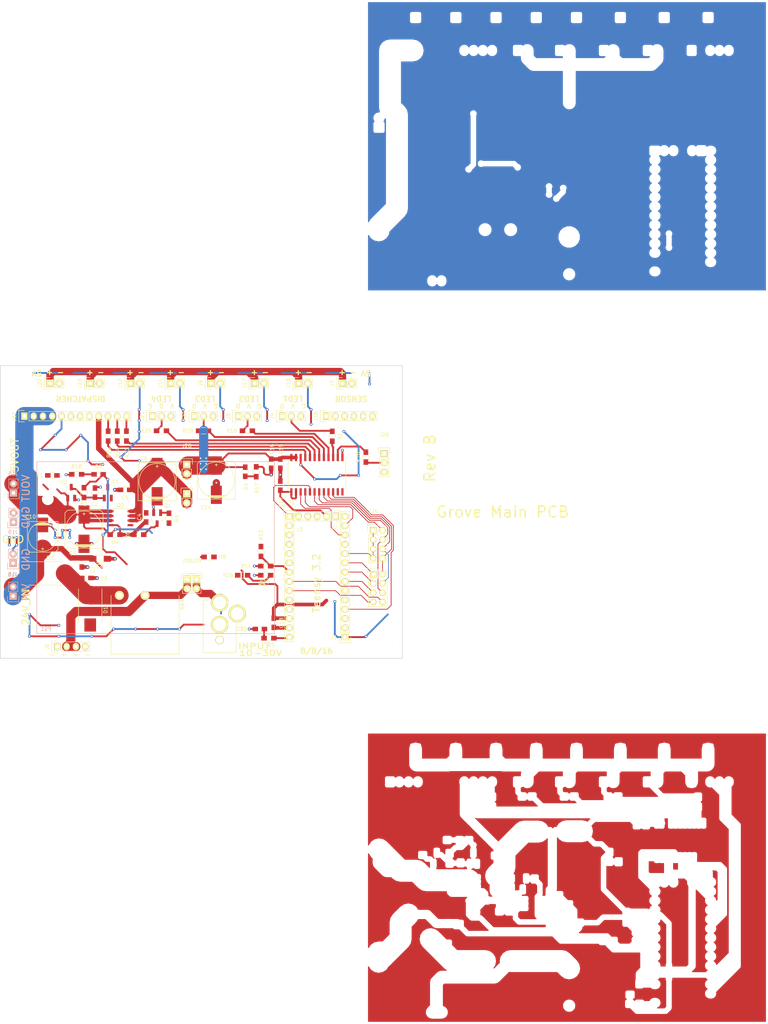
<source format=kicad_pcb>
(kicad_pcb (version 4) (host pcbnew 4.0.2-stable)
  (layers (0 F.Cu signal) (31 B.Cu signal) (34 B.Paste user hide) (35 F.Paste user hide) (36 B.SilkS user) (37 F.SilkS user) (38 B.Mask user hide) (39 F.Mask user hide) (44 Edge.Cuts user))
  (net 0 "")
  (net 1 /P18)
  (net 2 /VIN)
  (net 3 GND)
  (net 4 /P11_MOSI)
  (net 5 +3V3)
  (net 6 +5V)
  (net 7 /3V3REG)
  (net 8 /24V_IN_SWITCHED)
  (net 9 /24V_IN_SW_RVP)
  (net 10 +5VP)
  (net 11 /24V_IN)
  (net 12 /P0_RX1)
  (net 13 /P1_TX1)
  (net 14 /Q2G)
  (net 15 /Q2GR)
  (net 16 /5V_LSW)
  (net 17 /P10_CS)
  (net 18 /LED_DOUT1)
  (net 19 /LED_DOUT2)
  (net 20 /P14_SCK_5V)
  (net 21 /P11_MOSI_5V)
  (net 22 /P10_CS_5V)
  (net 23 /P20_A6)
  (net 24 /MOSI_5V)
  (net 25 /CS_5V)
  (net 26 /CLK_5V)
  (net 27 /P19_A5)
  (net 28 /LED_DOUT3)
  (net 29 /LED_DOUT4)
  (net 30 /D4K)
  (net 31 /D5K)
  (net 32 /P2_P23)
  (net 33 /P2_LED1)
  (net 34 /P6_LED5)
  (net 35 /P7_LED3)
  (net 36 /P8_LED4)
  (net 37 /P15_RES)
  (net 38 /P20_LED6)
  (net 39 /P21_LED7)
  (net 40 /P13_SCK)
  (net 41 /P3_NOPWM)
  (net 42 /P4_NC)
  (net 43 /P5_LED8)
  (net 44 /P9)
  (net 45 /P12)
  (net 46 /VBAT)
  (net 47 /PROG)
  (net 48 /DAC)
  (net 49 /P14)
  (net 50 /P17)
  (net 51 /P22)
  (net 52 /LED_DOUT5)
  (net 53 /LED3_3V3)
  (net 54 /LED5_3V3)
  (net 55 /LED8_3V3)
  (net 56 /LED4_3V3)
  (net 57 /LED3_5V)
  (net 58 /LED1_5V_STEM)
  (net 59 /LED5_5V)
  (net 60 /LED8_5V)
  (net 61 /LED4_5V)
  (net 62 /24V_IN_J)
  (module Pin_Headers:Pin_Header_Straight_1x14 (layer F.Cu) (at 114.29 154.22 180)
    (fp_text reference J1 (at 2.99 -0.08 180) (layer F.SilkS))
    (fp_text value CONN_01X14)
    (pad 1 thru_hole rect (at 0 0 180) (size 2.032 1.7272) (drill 1.016) (layers *.Cu *.Mask F.SilkS) (net 3 GND))
    (pad 2 thru_hole oval (at 0 2.54 180) (size 2.032 1.7272) (drill 1.016) (layers *.Cu *.Mask F.SilkS) (net 12 /P0_RX1))
    (pad 3 thru_hole oval (at 0 5.08 180) (size 2.032 1.7272) (drill 1.016) (layers *.Cu *.Mask F.SilkS) (net 13 /P1_TX1))
    (pad 4 thru_hole oval (at 0 7.62 180) (size 2.032 1.7272) (drill 1.016) (layers *.Cu *.Mask F.SilkS) (net 33 /P2_LED1))
    (pad 5 thru_hole oval (at 0 10.16 180) (size 2.032 1.7272) (drill 1.016) (layers *.Cu *.Mask F.SilkS) (net 41 /P3_NOPWM))
    (pad 6 thru_hole oval (at 0 12.7 180) (size 2.032 1.7272) (drill 1.016) (layers *.Cu *.Mask F.SilkS) (net 42 /P4_NC))
    (pad 7 thru_hole oval (at 0 15.24 180) (size 2.032 1.7272) (drill 1.016) (layers *.Cu *.Mask F.SilkS) (net 43 /P5_LED8))
    (pad 8 thru_hole oval (at 0 17.78 180) (size 2.032 1.7272) (drill 1.016) (layers *.Cu *.Mask F.SilkS) (net 34 /P6_LED5))
    (pad 9 thru_hole oval (at 0 20.32 180) (size 2.032 1.7272) (drill 1.016) (layers *.Cu *.Mask F.SilkS) (net 35 /P7_LED3))
    (pad 10 thru_hole oval (at 0 22.86 180) (size 2.032 1.7272) (drill 1.016) (layers *.Cu *.Mask F.SilkS) (net 36 /P8_LED4))
    (pad 11 thru_hole oval (at 0 25.4 180) (size 2.032 1.7272) (drill 1.016) (layers *.Cu *.Mask F.SilkS) (net 44 /P9))
    (pad 12 thru_hole oval (at 0 27.94 180) (size 2.032 1.7272) (drill 1.016) (layers *.Cu *.Mask F.SilkS) (net 17 /P10_CS))
    (pad 13 thru_hole oval (at 0 30.48 180) (size 2.032 1.7272) (drill 1.016) (layers *.Cu *.Mask F.SilkS) (net 4 /P11_MOSI))
    (pad 14 thru_hole oval (at 0 33.02 180) (size 2.032 1.7272) (drill 1.016) (layers *.Cu *.Mask F.SilkS) (net 45 /P12))
  )
  (module Pin_Headers:Pin_Header_Straight_1x05 (layer F.Cu) (at 111.75 121.2 270)
    (fp_text reference J2 (at 3.1 0.45 360) (layer F.SilkS))
    (fp_text value CONN_01X05)
    (pad 1 thru_hole rect (at 0 0 270) (size 2.032 1.7272) (drill 1.016) (layers *.Cu *.Mask F.SilkS) (net 46 /VBAT))
    (pad 2 thru_hole oval (at 0 2.54 270) (size 2.032 1.7272) (drill 1.016) (layers *.Cu *.Mask F.SilkS) (net 5 +3V3))
    (pad 3 thru_hole oval (at 0 5.08 270) (size 2.032 1.7272) (drill 1.016) (layers *.Cu *.Mask F.SilkS) (net 3 GND))
    (pad 4 thru_hole oval (at 0 7.62 270) (size 2.032 1.7272) (drill 1.016) (layers *.Cu *.Mask F.SilkS) (net 47 /PROG))
    (pad 5 thru_hole oval (at 0 10.16 270) (size 2.032 1.7272) (drill 1.016) (layers *.Cu *.Mask F.SilkS) (net 48 /DAC))
  )
  (module Pin_Headers:Pin_Header_Straight_1x14 (layer F.Cu) (at 99.05 121.2)
    (fp_text reference J3 (at 2.75 3.6) (layer F.SilkS))
    (fp_text value CONN_01X14)
    (pad 1 thru_hole rect (at 0 0) (size 2.032 1.7272) (drill 1.016) (layers *.Cu *.Mask F.SilkS) (net 40 /P13_SCK))
    (pad 2 thru_hole oval (at 0 2.54) (size 2.032 1.7272) (drill 1.016) (layers *.Cu *.Mask F.SilkS) (net 49 /P14))
    (pad 3 thru_hole oval (at 0 5.08) (size 2.032 1.7272) (drill 1.016) (layers *.Cu *.Mask F.SilkS) (net 37 /P15_RES))
    (pad 4 thru_hole oval (at 0 7.62) (size 2.032 1.7272) (drill 1.016) (layers *.Cu *.Mask F.SilkS) (net 37 /P15_RES))
    (pad 5 thru_hole oval (at 0 10.16) (size 2.032 1.7272) (drill 1.016) (layers *.Cu *.Mask F.SilkS) (net 50 /P17))
    (pad 6 thru_hole oval (at 0 12.7) (size 2.032 1.7272) (drill 1.016) (layers *.Cu *.Mask F.SilkS) (net 1 /P18))
    (pad 7 thru_hole oval (at 0 15.24) (size 2.032 1.7272) (drill 1.016) (layers *.Cu *.Mask F.SilkS) (net 27 /P19_A5))
    (pad 8 thru_hole oval (at 0 17.78) (size 2.032 1.7272) (drill 1.016) (layers *.Cu *.Mask F.SilkS) (net 38 /P20_LED6))
    (pad 9 thru_hole oval (at 0 20.32) (size 2.032 1.7272) (drill 1.016) (layers *.Cu *.Mask F.SilkS) (net 39 /P21_LED7))
    (pad 10 thru_hole oval (at 0 22.86) (size 2.032 1.7272) (drill 1.016) (layers *.Cu *.Mask F.SilkS) (net 51 /P22))
    (pad 11 thru_hole oval (at 0 25.4) (size 2.032 1.7272) (drill 1.016) (layers *.Cu *.Mask F.SilkS) (net 32 /P2_P23))
    (pad 12 thru_hole oval (at 0 27.94) (size 2.032 1.7272) (drill 1.016) (layers *.Cu *.Mask F.SilkS) (net 5 +3V3))
    (pad 13 thru_hole oval (at 0 30.48) (size 2.032 1.7272) (drill 1.016) (layers *.Cu *.Mask F.SilkS) (net 3 GND))
    (pad 14 thru_hole oval (at 0 33.02) (size 2.032 1.7272) (drill 1.016) (layers *.Cu *.Mask F.SilkS) (net 2 /VIN))
  )
  (module Pin_Headers:Pin_Header_Straight_1x03 (layer F.Cu) (at 97.1 93.8 90)
    (fp_text reference J4 (at 0 -2.8 90) (layer F.SilkS))
    (fp_text value CONN_01X03)
    (pad 1 thru_hole rect (at 0 0 90) (size 2.032 1.7272) (drill 1.016) (layers *.Cu *.Mask F.SilkS) (net 10 +5VP))
    (pad 2 thru_hole oval (at 0 2.54 90) (size 2.032 1.7272) (drill 1.016) (layers *.Cu *.Mask F.SilkS) (net 18 /LED_DOUT1))
    (pad 3 thru_hole oval (at 0 5.08 90) (size 2.032 1.7272) (drill 1.016) (layers *.Cu *.Mask F.SilkS) (net 3 GND))
  )
  (module Resistors_SMD:R_0805_HandSoldering (layer F.Cu) (at 110.8 99.3 270)
    (fp_text reference R1 (at 0 -2.1 270) (layer F.SilkS))
    (fp_text value 220)
    (pad 1 smd rect (at -1.35 0 270) (size 1.5 1.3) (layers F.Cu F.Paste F.Mask) (net 18 /LED_DOUT1))
    (pad 2 smd rect (at 1.35 0 270) (size 1.5 1.3) (layers F.Cu F.Paste F.Mask) (net 57 /LED3_5V))
  )
  (module Capacitors_SMD:C_0805_HandSoldering (layer F.Cu) (at 34.25 110 180)
    (fp_text reference C1 (at 3.5 0 180) (layer F.SilkS))
    (fp_text value "1u, 0805")
    (pad 1 smd rect (at -1.25 0 180) (size 1.5 1.25) (layers F.Cu F.Paste F.Mask) (net 6 +5V))
    (pad 2 smd rect (at 1.25 0 180) (size 1.5 1.25) (layers F.Cu F.Paste F.Mask) (net 3 GND))
  )
  (module Capacitors_SMD:C_0805_HandSoldering (layer F.Cu) (at 45.9 114.7 90)
    (fp_text reference C2 (at -3.1 -0.1 180) (layer F.SilkS))
    (fp_text value "1u, 0805")
    (pad 1 smd rect (at -1.25 0 90) (size 1.5 1.25) (layers F.Cu F.Paste F.Mask) (net 7 /3V3REG))
    (pad 2 smd rect (at 1.25 0 90) (size 1.5 1.25) (layers F.Cu F.Paste F.Mask) (net 3 GND))
  )
  (module Resistors_SMD:R_0805_HandSoldering (layer F.Cu) (at 42.9 114.7 270)
    (fp_text reference R2 (at 3.1 0.1 360) (layer F.SilkS))
    (fp_text value 0)
    (pad 1 smd rect (at -1.35 0 270) (size 1.5 1.3) (layers F.Cu F.Paste F.Mask) (net 5 +3V3))
    (pad 2 smd rect (at 1.35 0 270) (size 1.5 1.3) (layers F.Cu F.Paste F.Mask) (net 7 /3V3REG))
  )
  (module Capacitors_SMD:C_0805_HandSoldering (layer F.Cu) (at 43.55 138.05)
    (fp_text reference C3 (at 4.75 0.25) (layer F.SilkS))
    (fp_text value "1u, 0805")
    (pad 1 smd rect (at -1.25 0) (size 1.5 1.25) (layers F.Cu F.Paste F.Mask) (net 8 /24V_IN_SWITCHED))
    (pad 2 smd rect (at 1.25 0) (size 1.5 1.25) (layers F.Cu F.Paste F.Mask) (net 3 GND))
  )
  (module Capacitors_SMD:C_0805_HandSoldering (layer F.Cu) (at 59.9 121.5 270)
    (fp_text reference C4 (at -0.15 1.85 270) (layer F.SilkS))
    (fp_text value DNS)
    (pad 1 smd rect (at -1.25 0 270) (size 1.5 1.25) (layers F.Cu F.Paste F.Mask) (net 16 /5V_LSW))
    (pad 2 smd rect (at 1.25 0 270) (size 1.5 1.25) (layers F.Cu F.Paste F.Mask) (net 14 /Q2G))
  )
  (module Capacitors_SMD:C_0805_HandSoldering (layer F.Cu) (at 54.15 113.95 180)
    (fp_text reference C5 (at 0 -2.1 180) (layer F.SilkS))
    (fp_text value "1u, 0805")
    (pad 1 smd rect (at -1.25 0 180) (size 1.5 1.25) (layers F.Cu F.Paste F.Mask) (net 16 /5V_LSW))
    (pad 2 smd rect (at 1.25 0 180) (size 1.5 1.25) (layers F.Cu F.Paste F.Mask) (net 3 GND))
  )
  (module Capacitors_SMD:c_elec_10x10 (layer F.Cu) (at 62.9 111.7 90)
    (fp_text reference C6 (at 6.4 -3.6 180) (layer F.SilkS))
    (fp_text value "1000u, 10V")
    (pad 1 smd rect (at 4.0005 0 90) (size 5 3) (layers F.Cu F.Paste F.Mask) (net 16 /5V_LSW))
    (pad 2 smd rect (at -4.0005 0 90) (size 5 3) (layers F.Cu F.Paste F.Mask) (net 3 GND))
  )
  (module Capacitors_SMD:C_0805_HandSoldering (layer F.Cu) (at 42.3 133.8 270)
    (fp_text reference C7 (at 2 -3 270) (layer F.SilkS))
    (fp_text value "1u, 0805")
    (pad 1 smd rect (at -1.25 0 270) (size 1.5 1.25) (layers F.Cu F.Paste F.Mask) (net 9 /24V_IN_SW_RVP))
    (pad 2 smd rect (at 1.25 0 270) (size 1.5 1.25) (layers F.Cu F.Paste F.Mask) (net 3 GND))
  )
  (module Capacitors_SMD:c_elec_8x10 (layer F.Cu) (at 31.6 126.8 270)
    (fp_text reference C9 (at 4.5 -8.2 360) (layer F.SilkS))
    (fp_text value "220u, 35V")
    (pad 1 smd rect (at 3.2512 0 270) (size 4 3) (layers F.Cu F.Paste F.Mask) (net 9 /24V_IN_SW_RVP))
    (pad 2 smd rect (at -3.2512 0 270) (size 4 3) (layers F.Cu F.Paste F.Mask) (net 3 GND))
  )
  (module Capacitors_SMD:c_elec_10x10 (layer F.Cu) (at 42.9 124.7 90)
    (fp_text reference C10 (at 3.4 -14.6 180) (layer F.SilkS))
    (fp_text value "1000u, 10V")
    (pad 1 smd rect (at 4.0005 0 90) (size 5 3) (layers F.Cu F.Paste F.Mask) (net 6 +5V))
    (pad 2 smd rect (at -4.0005 0 90) (size 5 3) (layers F.Cu F.Paste F.Mask) (net 3 GND))
  )
  (module Pin_Headers:Pin_Header_Straight_1x03 (layer F.Cu) (at 85.1 93.8 90)
    (fp_text reference J8 (at 0 -2.8 90) (layer F.SilkS))
    (fp_text value CONN_01X03)
    (pad 1 thru_hole rect (at 0 0 90) (size 2.032 1.7272) (drill 1.016) (layers *.Cu *.Mask F.SilkS) (net 10 +5VP))
    (pad 2 thru_hole oval (at 0 2.54 90) (size 2.032 1.7272) (drill 1.016) (layers *.Cu *.Mask F.SilkS) (net 19 /LED_DOUT2))
    (pad 3 thru_hole oval (at 0 5.08 90) (size 2.032 1.7272) (drill 1.016) (layers *.Cu *.Mask F.SilkS) (net 3 GND))
  )
  (module TO_SOT_Packages_SMD:SOT-23_Handsoldering (layer F.Cu) (at 62.9 121.7 180)
    (fp_text reference Q1 (at -2.9 3.4 180) (layer F.SilkS))
    (fp_text value Q_NMOS_GSD)
    (pad 1 smd rect (at -0.95 1.50114 180) (size 0.8001 1.80086) (layers F.Cu F.Paste F.Mask) (net 1 /P18))
    (pad 2 smd rect (at 0.95 1.50114 180) (size 0.8001 1.80086) (layers F.Cu F.Paste F.Mask) (net 3 GND))
    (pad 3 smd rect (at 0 -1.50114 180) (size 0.8001 1.80086) (layers F.Cu F.Paste F.Mask) (net 15 /Q2GR))
  )
  (module Housings_SOIC:SOIC-8_3.9x4.9mm_Pitch1.27mm (layer F.Cu) (at 52.9 121.7)
    (fp_text reference Q2 (at 0 -3.5) (layer F.SilkS))
    (fp_text value Q_PMOS_SO8)
    (pad 1 smd rect (at -2.7 -1.905) (size 1.55 0.6) (layers F.Cu F.Paste F.Mask) (net 6 +5V))
    (pad 2 smd rect (at -2.7 -0.635) (size 1.55 0.6) (layers F.Cu F.Paste F.Mask) (net 6 +5V))
    (pad 3 smd rect (at -2.7 0.635) (size 1.55 0.6) (layers F.Cu F.Paste F.Mask) (net 6 +5V))
    (pad 4 smd rect (at -2.7 1.905) (size 1.55 0.6) (layers F.Cu F.Paste F.Mask) (net 14 /Q2G))
    (pad 5 smd rect (at 2.7 1.905) (size 1.55 0.6) (layers F.Cu F.Paste F.Mask) (net 16 /5V_LSW))
    (pad 6 smd rect (at 2.7 0.635) (size 1.55 0.6) (layers F.Cu F.Paste F.Mask) (net 16 /5V_LSW))
    (pad 7 smd rect (at 2.7 -0.635) (size 1.55 0.6) (layers F.Cu F.Paste F.Mask) (net 16 /5V_LSW))
    (pad 8 smd rect (at 2.7 -1.905) (size 1.55 0.6) (layers F.Cu F.Paste F.Mask) (net 16 /5V_LSW))
  )
  (module Resistors_SMD:R_0805_HandSoldering (layer F.Cu) (at 51.4 126.2 180)
    (fp_text reference R4 (at 0 -2.1 180) (layer F.SilkS))
    (fp_text value 10k)
    (pad 1 smd rect (at -1.35 0 180) (size 1.5 1.3) (layers F.Cu F.Paste F.Mask) (net 14 /Q2G))
    (pad 2 smd rect (at 1.35 0 180) (size 1.5 1.3) (layers F.Cu F.Paste F.Mask) (net 6 +5V))
  )
  (module Resistors_SMD:R_0805_HandSoldering (layer F.Cu) (at 66.15 121.7 90)
    (fp_text reference R5 (at -0.1 2.15 90) (layer F.SilkS))
    (fp_text value DNS)
    (pad 1 smd rect (at -1.35 0 90) (size 1.5 1.3) (layers F.Cu F.Paste F.Mask) (net 3 GND))
    (pad 2 smd rect (at 1.35 0 90) (size 1.5 1.3) (layers F.Cu F.Paste F.Mask) (net 1 /P18))
  )
  (module Resistors_SMD:R_0805_HandSoldering (layer F.Cu) (at 57.9 126.2 180)
    (fp_text reference R6 (at 3.1 -0.1 270) (layer F.SilkS))
    (fp_text value 100)
    (pad 1 smd rect (at -1.35 0 180) (size 1.5 1.3) (layers F.Cu F.Paste F.Mask) (net 15 /Q2GR))
    (pad 2 smd rect (at 1.35 0 180) (size 1.5 1.3) (layers F.Cu F.Paste F.Mask) (net 14 /Q2G))
  )
  (module KicadLocalLibs:PJ-050AH (layer F.Cu) (at 80 147.8 90)
    (fp_text reference J5 (at -4.2 6.4 90) (layer F.SilkS))
    (fp_text value BARREL_JACK)
    (pad 4 thru_hole circle (at -7.2 0 90) (size 2.3 2.3) (drill 1.8) (layers *.Cu *.Mask F.SilkS))
    (pad 3 thru_hole circle (at -3 0 90) (size 4.8 4.8) (drill 3.5) (layers *.Cu *.Mask F.SilkS) (net 3 GND))
    (pad 1 thru_hole circle (at 3 0 90) (size 4.8 4.8) (drill 3.5) (layers *.Cu *.Mask F.SilkS) (net 11 /24V_IN))
    (pad 2 thru_hole circle (at 0 4.8 90) (size 4.8 4.8) (drill 3.5) (layers *.Cu *.Mask F.SilkS) (net 3 GND))
  )
  (module Resistors_SMD:R_0805_HandSoldering (layer F.Cu) (at 77.1 132.3 180)
    (fp_text reference R8 (at -3.7 0 180) (layer F.SilkS))
    (fp_text value DNS)
    (pad 1 smd rect (at -1.35 0 180) (size 1.5 1.3) (layers F.Cu F.Paste F.Mask) (net 1 /P18))
    (pad 2 smd rect (at 1.35 0 180) (size 1.5 1.3) (layers F.Cu F.Paste F.Mask) (net 5 +3V3))
  )
  (module Capacitors_SMD:C_0805_HandSoldering (layer F.Cu) (at 87 109 90)
    (fp_text reference D4 (at -4 0.2 90) (layer F.SilkS))
    (fp_text value BLUE)
    (pad 1 smd rect (at -1.25 0 90) (size 1.5 1.25) (layers F.Cu F.Paste F.Mask) (net 30 /D4K))
    (pad 2 smd rect (at 1.25 0 90) (size 1.5 1.25) (layers F.Cu F.Paste F.Mask) (net 10 +5VP))
  )
  (module Capacitors_SMD:C_0805_HandSoldering (layer F.Cu) (at 46.9 109.7)
    (fp_text reference D5 (at 0 -2.1) (layer F.SilkS))
    (fp_text value GRN)
    (pad 1 smd rect (at -1.25 0) (size 1.5 1.25) (layers F.Cu F.Paste F.Mask) (net 31 /D5K))
    (pad 2 smd rect (at 1.25 0) (size 1.5 1.25) (layers F.Cu F.Paste F.Mask) (net 5 +3V3))
  )
  (module Resistors_SMD:R_0805_HandSoldering (layer F.Cu) (at 91.3 130.8 90)
    (fp_text reference R12 (at 4.5 0 90) (layer F.SilkS))
    (fp_text value 10k)
    (pad 1 smd rect (at -1.35 0 90) (size 1.5 1.3) (layers F.Cu F.Paste F.Mask) (net 27 /P19_A5))
    (pad 2 smd rect (at 1.35 0 90) (size 1.5 1.3) (layers F.Cu F.Paste F.Mask) (net 10 +5VP))
  )
  (module Resistors_SMD:R_0805_HandSoldering (layer F.Cu) (at 92.6 134.8)
    (fp_text reference R14 (at -5.3 0) (layer F.SilkS))
    (fp_text value 10k)
    (pad 1 smd rect (at -1.35 0) (size 1.5 1.3) (layers F.Cu F.Paste F.Mask) (net 3 GND))
    (pad 2 smd rect (at 1.35 0) (size 1.5 1.3) (layers F.Cu F.Paste F.Mask) (net 27 /P19_A5))
  )
  (module Resistors_SMD:R_0805_HandSoldering (layer F.Cu) (at 90 109 270)
    (fp_text reference R17 (at 4.5 -0.2 270) (layer F.SilkS))
    (fp_text value 220)
    (pad 1 smd rect (at -1.35 0 270) (size 1.5 1.3) (layers F.Cu F.Paste F.Mask) (net 3 GND))
    (pad 2 smd rect (at 1.35 0 270) (size 1.5 1.3) (layers F.Cu F.Paste F.Mask) (net 30 /D4K))
  )
  (module Resistors_SMD:R_0805_HandSoldering (layer F.Cu) (at 40.9 109.7)
    (fp_text reference R18 (at 0 -2.1) (layer F.SilkS))
    (fp_text value DNS)
    (pad 1 smd rect (at -1.35 0) (size 1.5 1.3) (layers F.Cu F.Paste F.Mask) (net 3 GND))
    (pad 2 smd rect (at 1.35 0) (size 1.5 1.3) (layers F.Cu F.Paste F.Mask) (net 31 /D5K))
  )
  (module Pin_Headers:Pin_Header_Straight_1x04 (layer F.Cu) (at 35.6 156.8 90)
    (fp_text reference J6 (at 0 -2.8 90) (layer F.SilkS))
    (fp_text value CONN_01X04)
    (pad 1 thru_hole rect (at 0 0 90) (size 2.032 1.7272) (drill 1.016) (layers *.Cu *.Mask F.SilkS) (net 3 GND))
    (pad 2 thru_hole oval (at 0 2.54 90) (size 2.032 1.7272) (drill 1.016) (layers *.Cu *.Mask F.SilkS) (net 62 /24V_IN_J))
    (pad 3 thru_hole oval (at 0 5.08 90) (size 2.032 1.7272) (drill 1.016) (layers *.Cu *.Mask F.SilkS) (net 62 /24V_IN_J))
    (pad 4 thru_hole oval (at 0 7.62 90) (size 2.032 1.7272) (drill 1.016) (layers *.Cu *.Mask F.SilkS) (net 3 GND))
  )
  (module Diodes_SMD:DO-214AB_Handsoldering (layer F.Cu) (at 33.6 136.8)
    (fp_text reference D2 (at 0 -4.2) (layer F.SilkS))
    (fp_text value SL44HE3_A/H)
    (pad 2 smd rect (at 4.1 0) (size 3.6 3.2) (layers F.Cu F.Paste F.Mask) (net 8 /24V_IN_SWITCHED))
    (pad 1 smd rect (at -4.1 0) (size 3.6 3.2) (layers F.Cu F.Paste F.Mask) (net 9 /24V_IN_SW_RVP))
  )
  (module TO_SOT_Packages_SMD:SOT-23_Handsoldering (layer F.Cu) (at 39.4 114.7)
    (fp_text reference U2 (at -2.1 -2.9) (layer F.SilkS))
    (fp_text value MCP1700T-3302E/TT)
    (pad 1 smd rect (at -0.95 1.50114) (size 0.8001 1.80086) (layers F.Cu F.Paste F.Mask) (net 6 +5V))
    (pad 2 smd rect (at 0.95 1.50114) (size 0.8001 1.80086) (layers F.Cu F.Paste F.Mask) (net 3 GND))
    (pad 3 smd rect (at 0 -1.50114) (size 0.8001 1.80086) (layers F.Cu F.Paste F.Mask) (net 7 /3V3REG))
  )
  (module KicadLocalLibs:R1966ABLKBLKFR (layer F.Cu) (at 59.6 142.8 270)
    (fp_text reference SW1 (at 2.54 -10.16 450) (layer F.SilkS))
    (fp_text value SPST)
    (pad 1 thru_hole circle (at 0 7 270) (size 2.5 2.5) (drill 1.5) (layers *.Cu *.Mask F.SilkS) (net 8 /24V_IN_SWITCHED))
    (pad 2 thru_hole circle (at 0 0 270) (size 2.5 2.5) (drill 1.5) (layers *.Cu *.Mask F.SilkS) (net 62 /24V_IN_J))
  )
  (module Diodes_SMD:DO-214AB_Handsoldering (layer F.Cu) (at 44.6 146.8 270)
    (fp_text reference D1 (at 0 -4.2 270) (layer F.SilkS))
    (fp_text value TVS)
    (pad 2 smd rect (at 4.1 0 270) (size 3.6 3.2) (layers F.Cu F.Paste F.Mask) (net 3 GND))
    (pad 1 smd rect (at -4.1 0 270) (size 3.6 3.2) (layers F.Cu F.Paste F.Mask) (net 8 /24V_IN_SWITCHED))
  )
  (module Mounting_Holes:MountingHole_3.2mm_M3 (layer F.Cu) (at 24 156)
    (fp_text reference W1 hide)
    (fp_text value TEST_1P)
    (pad 1 np_thru_hole circle (at 0 0) (size 3.2 3.2) (drill 3.2) (layers *.Cu *.Mask F.SilkS) (net 3 GND))
  )
  (module Mounting_Holes:MountingHole_3.2mm_M3 (layer F.Cu) (at 126 156)
    (fp_text reference W2 hide)
    (fp_text value TEST_1P)
    (pad 1 np_thru_hole circle (at 0 0) (size 3.2 3.2) (drill 3.2) (layers *.Cu *.Mask F.SilkS) (net 3 GND))
  )
  (module Mounting_Holes:MountingHole_3.2mm_M3 (layer F.Cu) (at 91.5 116.5)
    (fp_text reference W6 hide)
    (fp_text value TEST_1P)
    (pad 1 np_thru_hole circle (at 0 0) (size 3.2 3.2) (drill 3.2) (layers *.Cu *.Mask F.SilkS) (net 3 GND))
  )
  (module Mounting_Holes:MountingHole_3.2mm_M3 (layer F.Cu) (at 33 116.5)
    (fp_text reference W7 hide)
    (fp_text value TEST_1P)
    (pad 1 np_thru_hole circle (at 0 0) (size 3.2 3.2) (drill 3.2) (layers *.Cu *.Mask F.SilkS) (net 3 GND))
  )
  (module Mounting_Holes:MountingHole_3.2mm_M3 (layer F.Cu) (at 33 144)
    (fp_text reference W8 hide)
    (fp_text value TEST_1P)
    (pad 1 np_thru_hole circle (at 0 0) (size 3.2 3.2) (drill 3.2) (layers *.Cu *.Mask F.SilkS) (net 3 GND))
  )
  (module Pin_Headers:Pin_Header_Straight_1x02 (layer B.Cu) (at 23.5 143)
    (fp_text reference J10 (at -0.1 -5.8) (layer B.SilkS) (effects (justify mirror)))
    (fp_text value CONN_01X02)
    (pad 1 thru_hole rect (at 0 0) (size 2.032 2.032) (drill 1.016) (layers *.Cu *.Mask B.SilkS) (net 9 /24V_IN_SW_RVP))
    (pad 2 thru_hole oval (at 0 -2.54) (size 2.032 2.032) (drill 1.016) (layers *.Cu *.Mask B.SilkS) (net 9 /24V_IN_SW_RVP))
  )
  (module Pin_Headers:Pin_Header_Straight_1x02 (layer B.Cu) (at 23.6 114.8)
    (fp_text reference J15 (at -0.1 -5.3) (layer B.SilkS) (effects (justify mirror)))
    (fp_text value CONN_01X02)
    (pad 1 thru_hole rect (at 0 0) (size 2.032 2.032) (drill 1.016) (layers *.Cu *.Mask B.SilkS) (net 6 +5V))
    (pad 2 thru_hole oval (at 0 -2.54) (size 2.032 2.032) (drill 1.016) (layers *.Cu *.Mask B.SilkS) (net 6 +5V))
  )
  (module Pin_Headers:Pin_Header_Straight_1x06 (layer F.Cu) (at 109.1 93.8 90)
    (fp_text reference J16 (at 0 -2.8 90) (layer F.SilkS))
    (fp_text value CONN_01X06)
    (pad 1 thru_hole rect (at 0 0 90) (size 2.032 1.7272) (drill 1.016) (layers *.Cu *.Mask F.SilkS) (net 10 +5VP))
    (pad 2 thru_hole oval (at 0 2.54 90) (size 2.032 1.7272) (drill 1.016) (layers *.Cu *.Mask F.SilkS) (net 3 GND))
    (pad 3 thru_hole oval (at 0 5.08 90) (size 2.032 1.7272) (drill 1.016) (layers *.Cu *.Mask F.SilkS) (net 32 /P2_P23))
    (pad 4 thru_hole oval (at 0 7.62 90) (size 2.032 1.7272) (drill 1.016) (layers *.Cu *.Mask F.SilkS) (net 13 /P1_TX1))
    (pad 5 thru_hole oval (at 0 10.16 90) (size 2.032 1.7272) (drill 1.016) (layers *.Cu *.Mask F.SilkS) (net 12 /P0_RX1))
    (pad 6 thru_hole oval (at 0 12.7 90) (size 2.032 1.7272) (drill 1.016) (layers *.Cu *.Mask F.SilkS) (net 3 GND))
  )
  (module KicadLocalLibs:SOT-23_DIODE_Handsoldering (layer F.Cu) (at 49.4 114.7)
    (fp_text reference D3 (at 1.9 -2.9) (layer F.SilkS))
    (fp_text value PMEG2005ET,215)
    (pad 2 smd rect (at -0.95 1.50114) (size 0.8001 1.80086) (layers F.Cu F.Paste F.Mask) (net 7 /3V3REG))
    (pad 3 smd rect (at 0.95 1.50114) (size 0.8001 1.80086) (layers F.Cu F.Paste F.Mask))
    (pad 1 smd rect (at 0 -1.50114) (size 0.8001 1.80086) (layers F.Cu F.Paste F.Mask) (net 5 +3V3))
  )
  (module Pin_Headers:Pin_Header_Straight_1x12 (layer F.Cu) (at 26.6 93.8 90)
    (fp_text reference J11 (at 0 -2.8 90) (layer F.SilkS))
    (fp_text value CONN_01X12)
    (pad 1 thru_hole rect (at 0 0 90) (size 2.032 1.7272) (drill 1.016) (layers *.Cu *.Mask F.SilkS) (net 9 /24V_IN_SW_RVP))
    (pad 2 thru_hole oval (at 0 2.54 90) (size 2.032 1.7272) (drill 1.016) (layers *.Cu *.Mask F.SilkS) (net 9 /24V_IN_SW_RVP))
    (pad 3 thru_hole oval (at 0 5.08 90) (size 2.032 1.7272) (drill 1.016) (layers *.Cu *.Mask F.SilkS) (net 9 /24V_IN_SW_RVP))
    (pad 4 thru_hole oval (at 0 7.62 90) (size 2.032 1.7272) (drill 1.016) (layers *.Cu *.Mask F.SilkS) (net 9 /24V_IN_SW_RVP))
    (pad 5 thru_hole oval (at 0 10.16 90) (size 2.032 1.7272) (drill 1.016) (layers *.Cu *.Mask F.SilkS) (net 3 GND))
    (pad 6 thru_hole oval (at 0 12.7 90) (size 2.032 1.7272) (drill 1.016) (layers *.Cu *.Mask F.SilkS) (net 3 GND))
    (pad 7 thru_hole oval (at 0 15.24 90) (size 2.032 1.7272) (drill 1.016) (layers *.Cu *.Mask F.SilkS) (net 3 GND))
    (pad 8 thru_hole oval (at 0 17.78 90) (size 2.032 1.7272) (drill 1.016) (layers *.Cu *.Mask F.SilkS) (net 3 GND))
    (pad 9 thru_hole oval (at 0 20.32 90) (size 2.032 1.7272) (drill 1.016) (layers *.Cu *.Mask F.SilkS) (net 16 /5V_LSW))
    (pad 10 thru_hole oval (at 0 22.86 90) (size 2.032 1.7272) (drill 1.016) (layers *.Cu *.Mask F.SilkS) (net 25 /CS_5V))
    (pad 11 thru_hole oval (at 0 25.4 90) (size 2.032 1.7272) (drill 1.016) (layers *.Cu *.Mask F.SilkS) (net 24 /MOSI_5V))
    (pad 12 thru_hole oval (at 0 27.94 90) (size 2.032 1.7272) (drill 1.016) (layers *.Cu *.Mask F.SilkS) (net 26 /CLK_5V))
  )
  (module Resistors_SMD:R_0805_HandSoldering (layer F.Cu) (at 87.6 97.8)
    (fp_text reference R19 (at -4.3 0) (layer F.SilkS))
    (fp_text value 220)
    (pad 1 smd rect (at -1.35 0) (size 1.5 1.3) (layers F.Cu F.Paste F.Mask) (net 19 /LED_DOUT2))
    (pad 2 smd rect (at 1.35 0) (size 1.5 1.3) (layers F.Cu F.Paste F.Mask) (net 59 /LED5_5V))
  )
  (module Resistors_SMD:R_0805_HandSoldering (layer F.Cu) (at 54.5 99.25 270)
    (fp_text reference R23 (at 4.5 -0.2 270) (layer F.SilkS))
    (fp_text value 10)
    (pad 1 smd rect (at -1.35 0 270) (size 1.5 1.3) (layers F.Cu F.Paste F.Mask) (net 26 /CLK_5V))
    (pad 2 smd rect (at 1.35 0 270) (size 1.5 1.3) (layers F.Cu F.Paste F.Mask) (net 20 /P14_SCK_5V))
  )
  (module Resistors_SMD:R_0805_HandSoldering (layer F.Cu) (at 52 99.25 270)
    (fp_text reference R24 (at 4.5 -0.2 270) (layer F.SilkS))
    (fp_text value 10)
    (pad 1 smd rect (at -1.35 0 270) (size 1.5 1.3) (layers F.Cu F.Paste F.Mask) (net 24 /MOSI_5V))
    (pad 2 smd rect (at 1.35 0 270) (size 1.5 1.3) (layers F.Cu F.Paste F.Mask) (net 21 /P11_MOSI_5V))
  )
  (module Resistors_SMD:R_0805_HandSoldering (layer F.Cu) (at 49.5 99.25 270)
    (fp_text reference R25 (at 4.5 -0.2 270) (layer F.SilkS))
    (fp_text value 10)
    (pad 1 smd rect (at -1.35 0 270) (size 1.5 1.3) (layers F.Cu F.Paste F.Mask) (net 25 /CS_5V))
    (pad 2 smd rect (at 1.35 0 270) (size 1.5 1.3) (layers F.Cu F.Paste F.Mask) (net 22 /P10_CS_5V))
  )
  (module Capacitors_SMD:c_elec_10x10 (layer F.Cu) (at 79.1 111.3 90)
    (fp_text reference C14 (at -7.5 -2.8 180) (layer F.SilkS))
    (fp_text value "1000u, 10V")
    (pad 1 smd rect (at 4.0005 0 90) (size 5 3) (layers F.Cu F.Paste F.Mask) (net 10 +5VP))
    (pad 2 smd rect (at -4.0005 0 90) (size 5 3) (layers F.Cu F.Paste F.Mask) (net 3 GND))
  )
  (module Pin_Headers:Pin_Header_Straight_1x02 (layer F.Cu) (at 113.6 84.8 90)
    (fp_text reference J7 (at 0 -2.8 90) (layer F.SilkS))
    (fp_text value CONN_01X02)
    (pad 1 thru_hole rect (at 0 0 90) (size 2.032 2.032) (drill 1.016) (layers *.Cu *.Mask F.SilkS) (net 10 +5VP))
    (pad 2 thru_hole oval (at 0 2.54 90) (size 2.032 2.032) (drill 1.016) (layers *.Cu *.Mask F.SilkS) (net 3 GND))
  )
  (module Pin_Headers:Pin_Header_Straight_1x02 (layer F.Cu) (at 77.6 84.8 90)
    (fp_text reference J9 (at 0 -2.8 90) (layer F.SilkS))
    (fp_text value CONN_01X02)
    (pad 1 thru_hole rect (at 0 0 90) (size 2.032 2.032) (drill 1.016) (layers *.Cu *.Mask F.SilkS) (net 10 +5VP))
    (pad 2 thru_hole oval (at 0 2.54 90) (size 2.032 2.032) (drill 1.016) (layers *.Cu *.Mask F.SilkS) (net 3 GND))
  )
  (module Pin_Headers:Pin_Header_Straight_1x02 (layer F.Cu) (at 55.6 84.8 90)
    (fp_text reference J12 (at 0 -2.8 90) (layer F.SilkS))
    (fp_text value CONN_01X02)
    (pad 1 thru_hole rect (at 0 0 90) (size 2.032 2.032) (drill 1.016) (layers *.Cu *.Mask F.SilkS) (net 10 +5VP))
    (pad 2 thru_hole oval (at 0 2.54 90) (size 2.032 2.032) (drill 1.016) (layers *.Cu *.Mask F.SilkS) (net 3 GND))
  )
  (module Pin_Headers:Pin_Header_Straight_1x02 (layer F.Cu) (at 101.6 84.8 90)
    (fp_text reference J13 (at 0 -2.8 90) (layer F.SilkS))
    (fp_text value CONN_01X02)
    (pad 1 thru_hole rect (at 0 0 90) (size 2.032 2.032) (drill 1.016) (layers *.Cu *.Mask F.SilkS) (net 10 +5VP))
    (pad 2 thru_hole oval (at 0 2.54 90) (size 2.032 2.032) (drill 1.016) (layers *.Cu *.Mask F.SilkS) (net 3 GND))
  )
  (module Pin_Headers:Pin_Header_Straight_1x02 (layer F.Cu) (at 66.6 84.8 90)
    (fp_text reference J14 (at 0 -2.8 90) (layer F.SilkS))
    (fp_text value CONN_01X02)
    (pad 1 thru_hole rect (at 0 0 90) (size 2.032 2.032) (drill 1.016) (layers *.Cu *.Mask F.SilkS) (net 10 +5VP))
    (pad 2 thru_hole oval (at 0 2.54 90) (size 2.032 2.032) (drill 1.016) (layers *.Cu *.Mask F.SilkS) (net 3 GND))
  )
  (module Pin_Headers:Pin_Header_Straight_1x02 (layer F.Cu) (at 89.6 84.8 90)
    (fp_text reference J17 (at 0 -2.8 90) (layer F.SilkS))
    (fp_text value CONN_01X02)
    (pad 1 thru_hole rect (at 0 0 90) (size 2.032 2.032) (drill 1.016) (layers *.Cu *.Mask F.SilkS) (net 10 +5VP))
    (pad 2 thru_hole oval (at 0 2.54 90) (size 2.032 2.032) (drill 1.016) (layers *.Cu *.Mask F.SilkS) (net 3 GND))
  )
  (module Resistors_SMD:R_0805_HandSoldering (layer F.Cu) (at 86.3 137.3 180)
    (fp_text reference R26 (at 4 0 180) (layer F.SilkS))
    (fp_text value 1MEG)
    (pad 1 smd rect (at -1.35 0 180) (size 1.5 1.3) (layers F.Cu F.Paste F.Mask) (net 23 /P20_A6))
    (pad 2 smd rect (at 1.35 0 180) (size 1.5 1.3) (layers F.Cu F.Paste F.Mask) (net 9 /24V_IN_SW_RVP))
  )
  (module Resistors_SMD:R_0805_HandSoldering (layer F.Cu) (at 92.6 137.3)
    (fp_text reference R27 (at -0.3 2) (layer F.SilkS))
    (fp_text value 1MEG)
    (pad 1 smd rect (at -1.35 0) (size 1.5 1.3) (layers F.Cu F.Paste F.Mask) (net 3 GND))
    (pad 2 smd rect (at 1.35 0) (size 1.5 1.3) (layers F.Cu F.Paste F.Mask) (net 23 /P20_A6))
  )
  (module Pin_Headers:Pin_Header_Straight_1x02 (layer B.Cu) (at 23.5 134)
    (fp_text reference J18 (at 0 3) (layer B.SilkS) (effects (justify mirror)))
    (fp_text value CONN_01X02)
    (pad 1 thru_hole rect (at 0 0) (size 2.032 2.032) (drill 1.016) (layers *.Cu *.Mask B.SilkS) (net 3 GND))
    (pad 2 thru_hole oval (at 0 -2.54) (size 2.032 2.032) (drill 1.016) (layers *.Cu *.Mask B.SilkS) (net 3 GND))
  )
  (module Pin_Headers:Pin_Header_Straight_1x02 (layer B.Cu) (at 23.6 122.8)
    (fp_text reference J19 (at -0.1 2.7) (layer B.SilkS) (effects (justify mirror)))
    (fp_text value CONN_01X02)
    (pad 1 thru_hole rect (at 0 0) (size 2.032 2.032) (drill 1.016) (layers *.Cu *.Mask B.SilkS) (net 3 GND))
    (pad 2 thru_hole oval (at 0 -2.54) (size 2.032 2.032) (drill 1.016) (layers *.Cu *.Mask B.SilkS) (net 3 GND))
  )
  (module Housings_SOIC:SOIC-24_7.5x15.4mm_Pitch1.27mm (layer F.Cu) (at 106.6 109.8 90)
    (fp_text reference U1 (at -7.5 -6.8 90) (layer F.SilkS))
    (fp_text value SN74LVC8T245PWR)
    (pad 1 smd rect (at -4.7 -6.985 90) (size 2 0.6) (layers F.Cu F.Paste F.Mask) (net 5 +3V3))
    (pad 2 smd rect (at -4.7 -5.715 90) (size 2 0.6) (layers F.Cu F.Paste F.Mask) (net 5 +3V3))
    (pad 3 smd rect (at -4.7 -4.445 90) (size 2 0.6) (layers F.Cu F.Paste F.Mask) (net 17 /P10_CS))
    (pad 4 smd rect (at -4.7 -3.175 90) (size 2 0.6) (layers F.Cu F.Paste F.Mask) (net 4 /P11_MOSI))
    (pad 5 smd rect (at -4.7 -1.905 90) (size 2 0.6) (layers F.Cu F.Paste F.Mask) (net 40 /P13_SCK))
    (pad 6 smd rect (at -4.7 -0.635 90) (size 2 0.6) (layers F.Cu F.Paste F.Mask) (net 56 /LED4_3V3))
    (pad 7 smd rect (at -4.7 0.635 90) (size 2 0.6) (layers F.Cu F.Paste F.Mask) (net 55 /LED8_3V3))
    (pad 8 smd rect (at -4.7 1.905 90) (size 2 0.6) (layers F.Cu F.Paste F.Mask) (net 54 /LED5_3V3))
    (pad 9 smd rect (at -4.7 3.175 90) (size 2 0.6) (layers F.Cu F.Paste F.Mask) (net 53 /LED3_3V3))
    (pad 10 smd rect (at -4.7 4.445 90) (size 2 0.6) (layers F.Cu F.Paste F.Mask) (net 33 /P2_LED1))
    (pad 11 smd rect (at -4.7 5.715 90) (size 2 0.6) (layers F.Cu F.Paste F.Mask) (net 3 GND))
    (pad 12 smd rect (at -4.7 6.985 90) (size 2 0.6) (layers F.Cu F.Paste F.Mask) (net 3 GND))
    (pad 13 smd rect (at 4.7 6.985 90) (size 2 0.6) (layers F.Cu F.Paste F.Mask) (net 3 GND))
    (pad 14 smd rect (at 4.7 5.715 90) (size 2 0.6) (layers F.Cu F.Paste F.Mask) (net 58 /LED1_5V_STEM))
    (pad 15 smd rect (at 4.7 4.445 90) (size 2 0.6) (layers F.Cu F.Paste F.Mask) (net 57 /LED3_5V))
    (pad 16 smd rect (at 4.7 3.175 90) (size 2 0.6) (layers F.Cu F.Paste F.Mask) (net 59 /LED5_5V))
    (pad 17 smd rect (at 4.7 1.905 90) (size 2 0.6) (layers F.Cu F.Paste F.Mask) (net 60 /LED8_5V))
    (pad 18 smd rect (at 4.7 0.635 90) (size 2 0.6) (layers F.Cu F.Paste F.Mask) (net 61 /LED4_5V))
    (pad 19 smd rect (at 4.7 -0.635 90) (size 2 0.6) (layers F.Cu F.Paste F.Mask) (net 20 /P14_SCK_5V))
    (pad 20 smd rect (at 4.7 -1.905 90) (size 2 0.6) (layers F.Cu F.Paste F.Mask) (net 21 /P11_MOSI_5V))
    (pad 21 smd rect (at 4.7 -3.175 90) (size 2 0.6) (layers F.Cu F.Paste F.Mask) (net 22 /P10_CS_5V))
    (pad 22 smd rect (at 4.7 -4.445 90) (size 2 0.6) (layers F.Cu F.Paste F.Mask) (net 3 GND))
    (pad 23 smd rect (at 4.7 -5.715 90) (size 2 0.6) (layers F.Cu F.Paste F.Mask) (net 10 +5VP))
    (pad 24 smd rect (at 4.7 -6.985 90) (size 2 0.6) (layers F.Cu F.Paste F.Mask) (net 10 +5VP))
  )
  (module Pin_Headers:Pin_Header_Straight_1x03 (layer F.Cu) (at 73.1 93.8 90)
    (fp_text reference J20 (at 0 -2.8 90) (layer F.SilkS))
    (fp_text value CONN_01X03)
    (pad 1 thru_hole rect (at 0 0 90) (size 2.032 1.7272) (drill 1.016) (layers *.Cu *.Mask F.SilkS) (net 10 +5VP))
    (pad 2 thru_hole oval (at 0 2.54 90) (size 2.032 1.7272) (drill 1.016) (layers *.Cu *.Mask F.SilkS) (net 28 /LED_DOUT3))
    (pad 3 thru_hole oval (at 0 5.08 90) (size 2.032 1.7272) (drill 1.016) (layers *.Cu *.Mask F.SilkS) (net 3 GND))
  )
  (module Pin_Headers:Pin_Header_Straight_1x03 (layer F.Cu) (at 61.6 93.8 90)
    (fp_text reference J21 (at 0 -2.8 90) (layer F.SilkS))
    (fp_text value CONN_01X03)
    (pad 1 thru_hole rect (at 0 0 90) (size 2.032 1.7272) (drill 1.016) (layers *.Cu *.Mask F.SilkS) (net 10 +5VP))
    (pad 2 thru_hole oval (at 0 2.54 90) (size 2.032 1.7272) (drill 1.016) (layers *.Cu *.Mask F.SilkS) (net 29 /LED_DOUT4))
    (pad 3 thru_hole oval (at 0 5.08 90) (size 2.032 1.7272) (drill 1.016) (layers *.Cu *.Mask F.SilkS) (net 3 GND))
  )
  (module Resistors_SMD:R_0805_HandSoldering (layer F.Cu) (at 75.6 97.8)
    (fp_text reference R28 (at -4.3 0) (layer F.SilkS))
    (fp_text value 220)
    (pad 1 smd rect (at -1.35 0) (size 1.5 1.3) (layers F.Cu F.Paste F.Mask) (net 28 /LED_DOUT3))
    (pad 2 smd rect (at 1.35 0) (size 1.5 1.3) (layers F.Cu F.Paste F.Mask) (net 60 /LED8_5V))
  )
  (module Resistors_SMD:R_0805_HandSoldering (layer F.Cu) (at 64.1 97.8)
    (fp_text reference R29 (at -4.3 0) (layer F.SilkS))
    (fp_text value 220)
    (pad 1 smd rect (at -1.35 0) (size 1.5 1.3) (layers F.Cu F.Paste F.Mask) (net 29 /LED_DOUT4))
    (pad 2 smd rect (at 1.35 0) (size 1.5 1.3) (layers F.Cu F.Paste F.Mask) (net 61 /LED4_5V))
  )
  (module Pin_Headers:Pin_Header_Straight_1x02 (layer F.Cu) (at 33.6 84.8 90)
    (fp_text reference J22 (at 0 -2.8 90) (layer F.SilkS))
    (fp_text value CONN_01X02)
    (pad 1 thru_hole rect (at 0 0 90) (size 2.032 2.032) (drill 1.016) (layers *.Cu *.Mask F.SilkS) (net 10 +5VP))
    (pad 2 thru_hole oval (at 0 2.54 90) (size 2.032 2.032) (drill 1.016) (layers *.Cu *.Mask F.SilkS) (net 3 GND))
  )
  (module Pin_Headers:Pin_Header_Straight_1x02 (layer F.Cu) (at 44.6 84.8 90)
    (fp_text reference J23 (at 0 -2.8 90) (layer F.SilkS))
    (fp_text value CONN_01X02)
    (pad 1 thru_hole rect (at 0 0 90) (size 2.032 2.032) (drill 1.016) (layers *.Cu *.Mask F.SilkS) (net 10 +5VP))
    (pad 2 thru_hole oval (at 0 2.54 90) (size 2.032 2.032) (drill 1.016) (layers *.Cu *.Mask F.SilkS) (net 3 GND))
  )
  (module Capacitors_SMD:C_0805_HandSoldering (layer F.Cu) (at 96.6 106.8 270)
    (fp_text reference C15 (at -4 -0.2 270) (layer F.SilkS))
    (fp_text value "1u, 0805")
    (pad 1 smd rect (at -1.25 0 270) (size 1.5 1.25) (layers F.Cu F.Paste F.Mask) (net 10 +5VP))
    (pad 2 smd rect (at 1.25 0 270) (size 1.5 1.25) (layers F.Cu F.Paste F.Mask) (net 3 GND))
  )
  (module Capacitors_SMD:C_0805_HandSoldering (layer F.Cu) (at 94.1 106.8 270)
    (fp_text reference C16 (at -4 -0.2 270) (layer F.SilkS))
    (fp_text value "1u, 0805")
    (pad 1 smd rect (at -1.25 0 270) (size 1.5 1.25) (layers F.Cu F.Paste F.Mask) (net 10 +5VP))
    (pad 2 smd rect (at 1.25 0 270) (size 1.5 1.25) (layers F.Cu F.Paste F.Mask) (net 3 GND))
  )
  (module Capacitors_SMD:C_0805_HandSoldering (layer F.Cu) (at 96.6 112.8 90)
    (fp_text reference C17 (at -4.5 0.2 90) (layer F.SilkS))
    (fp_text value "1u, 0805")
    (pad 1 smd rect (at -1.25 0 90) (size 1.5 1.25) (layers F.Cu F.Paste F.Mask) (net 5 +3V3))
    (pad 2 smd rect (at 1.25 0 90) (size 1.5 1.25) (layers F.Cu F.Paste F.Mask) (net 3 GND))
  )
  (module Capacitors_SMD:C_0805_HandSoldering (layer F.Cu) (at 94.8 150.3 270)
    (fp_text reference C18 (at 0 -2.1 270) (layer F.SilkS))
    (fp_text value "1u, 0805")
    (pad 1 smd rect (at -1.25 0 270) (size 1.5 1.25) (layers F.Cu F.Paste F.Mask) (net 5 +3V3))
    (pad 2 smd rect (at 1.25 0 270) (size 1.5 1.25) (layers F.Cu F.Paste F.Mask) (net 3 GND))
  )
  (module Capacitors_SMD:C_1206_HandSoldering (layer F.Cu) (at 47.3 132.8)
    (fp_text reference C8 (at 0 2) (layer F.SilkS))
    (fp_text value "10u, 1206")
    (pad 1 smd rect (at -2 0) (size 2 1.6) (layers F.Cu F.Paste F.Mask) (net 9 /24V_IN_SW_RVP))
    (pad 2 smd rect (at 2 0) (size 2 1.6) (layers F.Cu F.Paste F.Mask) (net 3 GND))
  )
  (module Mounting_Holes:MountingHole_3.2mm_M3 (layer F.Cu) (at 24.3 85.8)
    (fp_text reference W3 hide)
    (fp_text value TEST_1P)
    (pad 1 np_thru_hole circle (at 0 0) (size 3.2 3.2) (drill 3.2) (layers *.Cu *.Mask F.SilkS) (net 3 GND))
  )
  (module Mounting_Holes:MountingHole_3.2mm_M3 (layer F.Cu) (at 126 84)
    (fp_text reference W4 hide)
    (fp_text value TEST_1P)
    (pad 1 np_thru_hole circle (at 0 0) (size 3.2 3.2) (drill 3.2) (layers *.Cu *.Mask F.SilkS) (net 3 GND))
  )
  (module Resistors_SMD:R_0805_HandSoldering (layer F.Cu) (at 93.5 154.5 180)
    (fp_text reference R3 (at -0.5 -2 180) (layer F.SilkS))
    (fp_text value DNS)
    (pad 1 smd rect (at -1.35 0 180) (size 1.5 1.3) (layers F.Cu F.Paste F.Mask) (net 2 /VIN))
    (pad 2 smd rect (at 1.35 0 180) (size 1.5 1.3) (layers F.Cu F.Paste F.Mask) (net 6 +5V))
  )
  (module Capacitors_SMD:C_0805_HandSoldering (layer F.Cu) (at 91 152 180)
    (fp_text reference C11 (at 4.8 0 180) (layer F.SilkS))
    (fp_text value "1u, 0805")
    (pad 1 smd rect (at -1.25 0 180) (size 1.5 1.25) (layers F.Cu F.Paste F.Mask) (net 6 +5V))
    (pad 2 smd rect (at 1.25 0 180) (size 1.5 1.25) (layers F.Cu F.Paste F.Mask) (net 3 GND))
  )
  (module KicadLocalLibs:TC43200 (layer B.Cu) (at 30 106.25)
    (fp_text reference PS1 (at 2.54 45.72) (layer B.SilkS) (effects (justify mirror)))
    (fp_text value PS_BUCK_MODULE)
  )
  (module Pin_Headers:Pin_Header_Straight_1x03 (layer F.Cu) (at 125 104)
    (fp_text reference J26 (at 0 -5.1) (layer F.SilkS))
    (fp_text value CONN_01X03)
    (pad 1 thru_hole rect (at 0 0) (size 2.032 1.7272) (drill 1.016) (layers *.Cu *.Mask F.SilkS) (net 10 +5VP))
    (pad 2 thru_hole oval (at 0 2.54) (size 2.032 1.7272) (drill 1.016) (layers *.Cu *.Mask F.SilkS) (net 52 /LED_DOUT5))
    (pad 3 thru_hole oval (at 0 5.08) (size 2.032 1.7272) (drill 1.016) (layers *.Cu *.Mask F.SilkS) (net 3 GND))
  )
  (module Resistors_SMD:R_0805_HandSoldering (layer F.Cu) (at 120 105 90)
    (fp_text reference R10 (at 0 -2.1 90) (layer F.SilkS))
    (fp_text value 220)
    (pad 1 smd rect (at -1.35 0 90) (size 1.5 1.3) (layers F.Cu F.Paste F.Mask) (net 52 /LED_DOUT5))
    (pad 2 smd rect (at 1.35 0 90) (size 1.5 1.3) (layers F.Cu F.Paste F.Mask) (net 58 /LED1_5V_STEM))
  )
  (module Pin_Headers:Pin_Header_Straight_2x04 (layer F.Cu) (at 122 137)
    (fp_text reference J24 (at 0 -5.1) (layer F.SilkS))
    (fp_text value CONN_02X04)
    (pad 1 thru_hole rect (at 0 0) (size 1.7272 1.7272) (drill 1.016) (layers *.Cu *.Mask F.SilkS) (net 35 /P7_LED3))
    (pad 2 thru_hole oval (at 2.54 0) (size 1.7272 1.7272) (drill 1.016) (layers *.Cu *.Mask F.SilkS) (net 53 /LED3_3V3))
    (pad 3 thru_hole oval (at 0 2.54) (size 1.7272 1.7272) (drill 1.016) (layers *.Cu *.Mask F.SilkS) (net 34 /P6_LED5))
    (pad 4 thru_hole oval (at 2.54 2.54) (size 1.7272 1.7272) (drill 1.016) (layers *.Cu *.Mask F.SilkS) (net 54 /LED5_3V3))
    (pad 5 thru_hole oval (at 0 5.08) (size 1.7272 1.7272) (drill 1.016) (layers *.Cu *.Mask F.SilkS) (net 43 /P5_LED8))
    (pad 6 thru_hole oval (at 2.54 5.08) (size 1.7272 1.7272) (drill 1.016) (layers *.Cu *.Mask F.SilkS) (net 55 /LED8_3V3))
    (pad 7 thru_hole oval (at 0 7.62) (size 1.7272 1.7272) (drill 1.016) (layers *.Cu *.Mask F.SilkS) (net 39 /P21_LED7))
    (pad 8 thru_hole oval (at 2.54 7.62) (size 1.7272 1.7272) (drill 1.016) (layers *.Cu *.Mask F.SilkS) (net 38 /P20_LED6))
  )
  (module Pin_Headers:Pin_Header_Straight_2x04 (layer F.Cu) (at 122 125)
    (fp_text reference J25 (at 0 -5.1) (layer F.SilkS))
    (fp_text value CONN_02X04)
    (pad 1 thru_hole rect (at 0 0) (size 1.7272 1.7272) (drill 1.016) (layers *.Cu *.Mask F.SilkS) (net 36 /P8_LED4))
    (pad 2 thru_hole oval (at 2.54 0) (size 1.7272 1.7272) (drill 1.016) (layers *.Cu *.Mask F.SilkS) (net 56 /LED4_3V3))
    (pad 3 thru_hole oval (at 0 2.54) (size 1.7272 1.7272) (drill 1.016) (layers *.Cu *.Mask F.SilkS) (net 36 /P8_LED4))
    (pad 4 thru_hole oval (at 2.54 2.54) (size 1.7272 1.7272) (drill 1.016) (layers *.Cu *.Mask F.SilkS) (net 55 /LED8_3V3))
    (pad 5 thru_hole oval (at 0 5.08) (size 1.7272 1.7272) (drill 1.016) (layers *.Cu *.Mask F.SilkS) (net 36 /P8_LED4))
    (pad 6 thru_hole oval (at 2.54 5.08) (size 1.7272 1.7272) (drill 1.016) (layers *.Cu *.Mask F.SilkS) (net 54 /LED5_3V3))
    (pad 7 thru_hole oval (at 0 7.62) (size 1.7272 1.7272) (drill 1.016) (layers *.Cu *.Mask F.SilkS) (net 36 /P8_LED4))
    (pad 8 thru_hole oval (at 2.54 7.62) (size 1.7272 1.7272) (drill 1.016) (layers *.Cu *.Mask F.SilkS) (net 53 /LED3_3V3))
  )
  (module Mounting_Holes:MountingHole_3.2mm_M3 (layer F.Cu) (at 91.5 144)
    (fp_text reference W5 (at 0 -4.2) (layer F.SilkS))
    (fp_text value TEST_1P)
    (pad 1 np_thru_hole circle (at 0 0) (size 3.2 3.2) (drill 3.2) (layers *.Cu *.Mask F.SilkS) (net 3 GND))
  )
  (module Pin_Headers:Pin_Header_Straight_1x02 (layer F.Cu) (at 71 115)
    (fp_text reference J27 (at 0 -5.1) (layer F.SilkS))
    (fp_text value CONN_01X02)
    (pad 1 thru_hole rect (at 0 0) (size 2.032 2.032) (drill 1.016) (layers *.Cu *.Mask F.SilkS) (net 16 /5V_LSW))
    (pad 2 thru_hole oval (at 0 2.54) (size 2.032 2.032) (drill 1.016) (layers *.Cu *.Mask F.SilkS) (net 16 /5V_LSW))
  )
  (module Pin_Headers:Pin_Header_Straight_1x02 (layer F.Cu) (at 71 107)
    (fp_text reference J28 (at 0 -5.1) (layer F.SilkS))
    (fp_text value CONN_01X02)
    (pad 1 thru_hole rect (at 0 0) (size 2.032 2.032) (drill 1.016) (layers *.Cu *.Mask F.SilkS) (net 10 +5VP))
    (pad 2 thru_hole oval (at 0 2.54) (size 2.032 2.032) (drill 1.016) (layers *.Cu *.Mask F.SilkS) (net 10 +5VP))
  )
  (module Pin_Headers:Pin_Header_Straight_1x02 (layer F.Cu) (at 73.66 138.43)
    (fp_text reference J29 (at 0 -5.1) (layer F.SilkS))
    (fp_text value CONN_01X02)
    (pad 1 thru_hole rect (at 0 0) (size 2.032 2.032) (drill 1.016) (layers *.Cu *.Mask F.SilkS) (net 11 /24V_IN))
    (pad 2 thru_hole oval (at 0 2.54) (size 2.032 2.032) (drill 1.016) (layers *.Cu *.Mask F.SilkS) (net 11 /24V_IN))
  )
  (module Pin_Headers:Pin_Header_Straight_1x02 (layer F.Cu) (at 71.12 138.43)
    (fp_text reference J30 (at 0 -5.1) (layer F.SilkS))
    (fp_text value CONN_01X02)
    (pad 1 thru_hole rect (at 0 0) (size 2.032 2.032) (drill 1.016) (layers *.Cu *.Mask F.SilkS) (net 62 /24V_IN_J))
    (pad 2 thru_hole oval (at 0 2.54) (size 2.032 2.032) (drill 1.016) (layers *.Cu *.Mask F.SilkS) (net 62 /24V_IN_J))
  )
  (gr_text "Teensy 3.2" (at 106.5 139.5 90) (layer F.SilkS) (effects (font (size 2 2) (thickness 0.3))))
  (gr_text 8/8/16 (at 106.5 158) (layer F.SilkS) (effects (font (size 1.5 1.5) (thickness 0.3))))
  (gr_text 5VOUT (at 24 104.5 90) (layer F.SilkS) (effects (font (size 2 2) (thickness 0.3))))
  (gr_text GND (at 23.5 127.5) (layer F.SilkS) (effects (font (size 2 2) (thickness 0.3))))
  (gr_text 24V_IN (at 27 146 90) (layer F.SilkS) (effects (font (size 2 2) (thickness 0.3))))
  (gr_text "GND\n" (at 27 121.5 90) (layer B.SilkS) (effects (font (size 2 2) (thickness 0.3)) (justify mirror)))
  (gr_text VOUT (at 27 113.5 90) (layer B.SilkS) (effects (font (size 2 2) (thickness 0.3)) (justify mirror)))
  (gr_text VIN (at 27 142 90) (layer B.SilkS) (effects (font (size 2 2) (thickness 0.3)) (justify mirror)))
  (gr_text "GND\n" (at 27 133 90) (layer B.SilkS) (effects (font (size 2 2) (thickness 0.3)) (justify mirror)))
  (gr_text "-  +  +  -" (at 39 159) (layer F.SilkS) (effects (font (size 1.2 1.2) (thickness 0.2))))
  (gr_text INPUT (at 89.4 156.7) (layer F.SilkS) (effects (font (size 1.5 2) (thickness 0.3))))
  (gr_text 10-30V (at 91.2 158.6) (layer F.SilkS) (effects (font (size 1.5 2) (thickness 0.3))))
  (gr_text "Rev B" (at 137.5 105.3 90) (layer F.SilkS) (effects (font (size 3 3) (thickness 0.4))))
  (gr_text "G  V  D" (at 100 91 180) (layer F.SilkS) (effects (font (size 1.2 1.2) (thickness 0.2))))
  (gr_text "G  V  D" (at 88 91 180) (layer F.SilkS) (effects (font (size 1.2 1.2) (thickness 0.2))))
  (gr_text "G  V  D" (at 76 91 180) (layer F.SilkS) (effects (font (size 1.2 1.2) (thickness 0.2))))
  (gr_text "V  D  G" (at 64 91 180) (layer F.SilkS) (effects (font (size 1.2 1.2) (thickness 0.2))))
  (gr_text "- +" (at 35 82 180) (layer F.SilkS) (effects (font (size 1.5 1.5) (thickness 0.3))))
  (gr_text "- +" (at 46 82 180) (layer F.SilkS) (effects (font (size 1.5 1.5) (thickness 0.3))))
  (gr_text "- +" (at 57 82 180) (layer F.SilkS) (effects (font (size 1.5 1.5) (thickness 0.3))))
  (gr_text "- +" (at 68 82 180) (layer F.SilkS) (effects (font (size 1.5 1.5) (thickness 0.3))))
  (gr_text "- +" (at 79 82 180) (layer F.SilkS) (effects (font (size 1.5 1.5) (thickness 0.3))))
  (gr_text "- +" (at 91 82 180) (layer F.SilkS) (effects (font (size 1.5 1.5) (thickness 0.3))))
  (gr_text "- +" (at 103 82 180) (layer F.SilkS) (effects (font (size 1.5 1.5) (thickness 0.3))))
  (gr_text "- +" (at 115 82 180) (layer F.SilkS) (effects (font (size 1.5 1.5) (thickness 0.3))))
  (gr_text 5V (at 30 82 180) (layer F.SilkS) (effects (font (size 1.5 1.5) (thickness 0.3))))
  (gr_text 5V (at 120 82 180) (layer F.SilkS) (effects (font (size 1.5 1.5) (thickness 0.3))))
  (gr_text "Grove Main PCB" (at 157.4 120) (layer F.SilkS) (effects (font (size 3 3) (thickness 0.4))))
  (gr_text SENSOR (at 116 89 180) (layer F.SilkS) (effects (font (size 1.5 1.5) (thickness 0.3))))
  (gr_text LED4 (at 64 89 180) (layer F.SilkS) (effects (font (size 1.5 1.5) (thickness 0.3))))
  (gr_text LED3 (at 76 89 180) (layer F.SilkS) (effects (font (size 1.5 1.5) (thickness 0.3))))
  (gr_text LED2 (at 88 89 180) (layer F.SilkS) (effects (font (size 1.5 1.5) (thickness 0.3))))
  (gr_text LED1 (at 100 89 180) (layer F.SilkS) (effects (font (size 1.5 1.5) (thickness 0.3))))
  (gr_text DISPATCHER (at 42 89 180) (layer F.SilkS) (effects (font (size 1.5 1.5) (thickness 0.3))))
  (gr_line (start 130 160) (end 20 160) (angle 90) (layer Edge.Cuts) (width 0.15))
  (gr_line (start 130 160) (end 130 80) (angle 90) (layer Edge.Cuts) (width 0.15))
  (gr_line (start 20 80) (end 130 80) (angle 90) (layer Edge.Cuts) (width 0.15))
  (gr_line (start 20 160) (end 20 80) (angle 90) (layer Edge.Cuts) (width 0.15))
  (segment (start 29 82) (end 36 82) (width 0.5) (layer B.Cu) (net 0))
  (segment (start 40 82) (end 45 82) (width 0.5) (layer B.Cu) (net 0))
  (segment (start 51 82) (end 56 82) (width 0.5) (layer B.Cu) (net 0))
  (segment (start 61 82) (end 68 82) (width 0.5) (layer B.Cu) (net 0))
  (segment (start 74 82) (end 80 82) (width 0.5) (layer B.Cu) (net 0))
  (segment (start 85 82) (end 92 82) (width 0.5) (layer B.Cu) (net 0))
  (segment (start 97 82) (end 104 82) (width 0.5) (layer B.Cu) (net 0))
  (segment (start 109 82) (end 116 82) (width 0.5) (layer B.Cu) (net 0))
  (segment (start 121 82) (end 121 85) (width 0.5) (layer B.Cu) (net 0))
  (via (at 121 85) (size 0.8) (drill 0.4) (layers F.Cu B.Cu) (net 0))
  (segment (start 33.05 113.8) (end 31.8 112.55) (width 0.5) (layer F.Cu) (net 0))
  (segment (start 31.8 112.55) (end 31.8 112.5) (width 0.5) (layer F.Cu) (net 0))
  (segment (start 75.6 150.8) (end 70.2 150.8) (width 0.5) (layer F.Cu) (net 0))
  (via (at 36 151) (size 0.8) (drill 0.4) (layers F.Cu B.Cu) (net 0))
  (segment (start 31 151) (end 36 151) (width 0.5) (layer F.Cu) (net 0))
  (segment (start 28 148) (end 31 151) (width 0.5) (layer F.Cu) (net 0))
  (via (at 28 148) (size 0.8) (drill 0.4) (layers F.Cu B.Cu) (net 0))
  (segment (start 28 154) (end 28 148) (width 0.5) (layer B.Cu) (net 0))
  (via (at 28 154) (size 0.8) (drill 0.4) (layers F.Cu B.Cu) (net 0))
  (segment (start 36 154) (end 28 154) (width 0.5) (layer F.Cu) (net 0))
  (via (at 36 154) (size 0.8) (drill 0.4) (layers F.Cu B.Cu) (net 0))
  (segment (start 45 154) (end 36 154) (width 0.5) (layer B.Cu) (net 0))
  (via (at 45 154) (size 0.8) (drill 0.4) (layers F.Cu B.Cu) (net 0))
  (segment (start 49 154) (end 45 154) (width 0.5) (layer F.Cu) (net 0))
  (segment (start 51 152) (end 49 154) (width 0.5) (layer F.Cu) (net 0))
  (via (at 51 152) (size 0.8) (drill 0.4) (layers F.Cu B.Cu) (net 0))
  (segment (start 57 152) (end 51 152) (width 0.5) (layer B.Cu) (net 0))
  (via (at 57 152) (size 0.8) (drill 0.4) (layers F.Cu B.Cu) (net 0))
  (segment (start 63 152) (end 57 152) (width 0.5) (layer F.Cu) (net 0))
  (via (at 63 152) (size 0.8) (drill 0.4) (layers F.Cu B.Cu) (net 0))
  (segment (start 69 152) (end 63 152) (width 0.5) (layer B.Cu) (net 0))
  (via (at 69 152) (size 0.8) (drill 0.4) (layers F.Cu B.Cu) (net 0))
  (segment (start 70.2 150.8) (end 69 152) (width 0.5) (layer F.Cu) (net 0))
  (via (at 76.3 105.3) (size 0.8) (drill 0.4) (layers F.Cu B.Cu) (net 0))
  (via (at 76.3 106.8) (size 0.8) (drill 0.4) (layers F.Cu B.Cu) (net 0))
  (via (at 74.8 106.8) (size 0.8) (drill 0.4) (layers F.Cu B.Cu) (net 0))
  (via (at 74.8 105.3) (size 0.8) (drill 0.4) (layers F.Cu B.Cu) (net 0))
  (segment (start 75.64 97.64) (end 75.64 108.16) (width 2.5) (layer B.Cu) (net 0))
  (via (at 76.3 108.3) (size 0.8) (drill 0.4) (layers F.Cu B.Cu) (net 0))
  (via (at 74.8 108.3) (size 0.8) (drill 0.4) (layers F.Cu B.Cu) (net 0))
  (segment (start 78.45 132.3) (end 78.65 132.1) (width 0.5) (layer F.Cu) (net 1))
  (segment (start 63.85 120.19886) (end 66.24886 120.19886) (width 0.5) (layer F.Cu) (net 1))
  (segment (start 66.24886 120.19886) (end 66.4 120.35) (width 0.5) (layer F.Cu) (net 1))
  (segment (start 94.85 154.5) (end 98.77 154.5) (width 0.5) (layer F.Cu) (net 2))
  (segment (start 98.77 154.5) (end 99.05 154.22) (width 0.5) (layer F.Cu) (net 2))
  (segment (start 90 107.65) (end 91.65 107.65) (width 0.5) (layer F.Cu) (net 3))
  (via (at 94.1 109.8) (size 0.8) (drill 0.4) (layers F.Cu B.Cu) (net 3))
  (segment (start 94.1 109.8) (end 94.1 108.05) (width 1) (layer F.Cu) (net 3))
  (segment (start 92.6 109.8) (end 94.1 109.8) (width 0.5) (layer F.Cu) (net 3))
  (segment (start 92.1 109.3) (end 92.6 109.8) (width 0.5) (layer F.Cu) (net 3))
  (segment (start 92.1 108.1) (end 92.1 109.3) (width 0.5) (layer F.Cu) (net 3))
  (segment (start 91.65 107.65) (end 92.1 108.1) (width 0.5) (layer F.Cu) (net 3))
  (segment (start 36.76 93.8) (end 36.76 97.24) (width 0.5) (layer B.Cu) (net 3))
  (via (at 48 107) (size 0.8) (drill 0.4) (layers F.Cu B.Cu) (net 3))
  (segment (start 45 107) (end 48 107) (width 0.5) (layer F.Cu) (net 3))
  (segment (start 44 106) (end 45 107) (width 0.5) (layer F.Cu) (net 3))
  (via (at 44 106) (size 0.8) (drill 0.4) (layers F.Cu B.Cu) (net 3))
  (segment (start 44 101) (end 44 106) (width 0.5) (layer B.Cu) (net 3))
  (segment (start 42 99) (end 44 101) (width 0.5) (layer B.Cu) (net 3))
  (via (at 42 99) (size 0.8) (drill 0.4) (layers F.Cu B.Cu) (net 3))
  (segment (start 38 103) (end 42 99) (width 0.5) (layer F.Cu) (net 3))
  (via (at 38 103) (size 0.8) (drill 0.4) (layers F.Cu B.Cu) (net 3))
  (segment (start 31 103) (end 38 103) (width 0.5) (layer B.Cu) (net 3))
  (via (at 31 103) (size 0.8) (drill 0.4) (layers F.Cu B.Cu) (net 3))
  (segment (start 35 99) (end 31 103) (width 0.5) (layer F.Cu) (net 3))
  (via (at 35 99) (size 0.8) (drill 0.4) (layers F.Cu B.Cu) (net 3))
  (segment (start 36.76 97.24) (end 35 99) (width 0.5) (layer B.Cu) (net 3))
  (segment (start 102.2 107.1) (end 106 110.9) (width 0.5) (layer F.Cu) (net 3))
  (segment (start 102.155 107.055) (end 102.2 107.1) (width 0.5) (layer F.Cu) (net 3))
  (via (at 102.2 107.1) (size 0.8) (drill 0.4) (layers F.Cu B.Cu) (net 3))
  (segment (start 102.155 105.1) (end 102.155 107.055) (width 0.5) (layer F.Cu) (net 3))
  (via (at 114 98) (size 0.8) (drill 0.4) (layers F.Cu B.Cu) (net 3))
  (segment (start 118 102) (end 114 98) (width 0.5) (layer B.Cu) (net 3))
  (segment (start 118 110) (end 118 102) (width 0.5) (layer B.Cu) (net 3))
  (via (at 118 110) (size 0.8) (drill 0.4) (layers F.Cu B.Cu) (net 3))
  (segment (start 113 110) (end 118 110) (width 0.5) (layer F.Cu) (net 3))
  (via (at 113 110) (size 0.8) (drill 0.4) (layers F.Cu B.Cu) (net 3))
  (segment (start 112 111) (end 113 110) (width 0.5) (layer B.Cu) (net 3))
  (segment (start 106 111) (end 112 111) (width 0.5) (layer B.Cu) (net 3))
  (via (at 106 111) (size 0.8) (drill 0.4) (layers F.Cu B.Cu) (net 3))
  (segment (start 106 110.9) (end 106 111) (width 0.5) (layer F.Cu) (net 3))
  (segment (start 114.29 154.22) (end 119.78 154.22) (width 0.5) (layer F.Cu) (net 3))
  (segment (start 120 154) (end 126 148) (width 0.5) (layer B.Cu) (net 3))
  (via (at 120 154) (size 0.8) (drill 0.4) (layers F.Cu B.Cu) (net 3))
  (segment (start 119.78 154.22) (end 120 154) (width 0.5) (layer F.Cu) (net 3))
  (segment (start 114.29 154.22) (end 112.22 154.22) (width 0.5) (layer B.Cu) (net 3))
  (via (at 111.5 144.5) (size 0.8) (drill 0.4) (layers F.Cu B.Cu) (net 3))
  (segment (start 111.5 153.5) (end 111.5 144.5) (width 0.5) (layer B.Cu) (net 3))
  (segment (start 112.22 154.22) (end 111.5 153.5) (width 0.5) (layer B.Cu) (net 3))
  (segment (start 58 98) (end 58 100) (width 0.5) (layer B.Cu) (net 3))
  (segment (start 58.14 91.86) (end 58 92) (width 0.5) (layer B.Cu) (net 3))
  (via (at 58 92) (size 0.8) (drill 0.4) (layers F.Cu B.Cu) (net 3))
  (segment (start 58 92) (end 58 95) (width 0.5) (layer F.Cu) (net 3))
  (via (at 58 95) (size 0.8) (drill 0.4) (layers F.Cu B.Cu) (net 3))
  (segment (start 58 95) (end 58 98) (width 0.5) (layer B.Cu) (net 3))
  (via (at 58 98) (size 0.8) (drill 0.4) (layers F.Cu B.Cu) (net 3))
  (segment (start 58.14 84.8) (end 58.14 91.86) (width 0.5) (layer B.Cu) (net 3))
  (via (at 58 106) (size 0.8) (drill 0.4) (layers F.Cu B.Cu) (net 3))
  (segment (start 54 106) (end 58 106) (width 0.5) (layer F.Cu) (net 3))
  (segment (start 53 105) (end 54 106) (width 0.5) (layer F.Cu) (net 3))
  (via (at 53 105) (size 0.8) (drill 0.4) (layers F.Cu B.Cu) (net 3))
  (segment (start 58 100) (end 53 105) (width 0.5) (layer B.Cu) (net 3))
  (segment (start 104.14 84.8) (end 104.14 91.14) (width 0.5) (layer B.Cu) (net 3))
  (via (at 105 96) (size 0.8) (drill 0.4) (layers F.Cu B.Cu) (net 3))
  (segment (start 105 92) (end 105 96) (width 0.5) (layer F.Cu) (net 3))
  (via (at 105 92) (size 0.8) (drill 0.4) (layers F.Cu B.Cu) (net 3))
  (segment (start 104.14 91.14) (end 105 92) (width 0.5) (layer B.Cu) (net 3))
  (segment (start 92.14 84.8) (end 92.14 91.14) (width 0.5) (layer B.Cu) (net 3))
  (via (at 93 95) (size 0.8) (drill 0.4) (layers F.Cu B.Cu) (net 3))
  (segment (start 93 92) (end 93 95) (width 0.5) (layer F.Cu) (net 3))
  (via (at 93 92) (size 0.8) (drill 0.4) (layers F.Cu B.Cu) (net 3))
  (segment (start 92.14 91.14) (end 93 92) (width 0.5) (layer B.Cu) (net 3))
  (segment (start 80.14 84.8) (end 80.14 91.14) (width 0.5) (layer B.Cu) (net 3))
  (via (at 81 95) (size 0.8) (drill 0.4) (layers F.Cu B.Cu) (net 3))
  (segment (start 81 92) (end 81 95) (width 0.5) (layer F.Cu) (net 3))
  (via (at 81 92) (size 0.8) (drill 0.4) (layers F.Cu B.Cu) (net 3))
  (segment (start 80.14 91.14) (end 81 92) (width 0.5) (layer B.Cu) (net 3))
  (segment (start 69.14 84.8) (end 69.14 91.14) (width 0.5) (layer B.Cu) (net 3))
  (via (at 70 95) (size 0.8) (drill 0.4) (layers F.Cu B.Cu) (net 3))
  (segment (start 70 92) (end 70 95) (width 0.5) (layer F.Cu) (net 3))
  (via (at 70 92) (size 0.8) (drill 0.4) (layers F.Cu B.Cu) (net 3))
  (segment (start 69.14 91.14) (end 70 92) (width 0.5) (layer B.Cu) (net 3))
  (segment (start 23.5 131.46) (end 23.5 130) (width 0.5) (layer B.Cu) (net 3))
  (via (at 22.5 129) (size 0.8) (drill 0.4) (layers F.Cu B.Cu) (net 3))
  (segment (start 22.5 127) (end 22.5 129) (width 0.5) (layer F.Cu) (net 3))
  (via (at 22.5 127) (size 0.8) (drill 0.4) (layers F.Cu B.Cu) (net 3))
  (segment (start 24.5 127) (end 22.5 127) (width 0.5) (layer B.Cu) (net 3))
  (via (at 24.5 127) (size 0.8) (drill 0.4) (layers F.Cu B.Cu) (net 3))
  (segment (start 24.5 129) (end 24.5 127) (width 0.5) (layer F.Cu) (net 3))
  (via (at 24.5 129) (size 0.8) (drill 0.4) (layers F.Cu B.Cu) (net 3))
  (segment (start 23.5 130) (end 24.5 129) (width 0.5) (layer B.Cu) (net 3))
  (segment (start 33.7488 123.5488) (end 33.7488 123.7488) (width 0.5) (layer F.Cu) (net 3))
  (via (at 33.8 123.6) (size 0.8) (drill 0.4) (layers F.Cu B.Cu) (net 3))
  (via (at 39 127) (size 0.8) (drill 0.4) (layers F.Cu B.Cu) (net 3))
  (segment (start 39 125) (end 39 127) (width 0.5) (layer B.Cu) (net 3))
  (via (at 39 125) (size 0.8) (drill 0.4) (layers F.Cu B.Cu) (net 3))
  (segment (start 37 125) (end 39 125) (width 0.5) (layer F.Cu) (net 3))
  (via (at 37 125) (size 0.8) (drill 0.4) (layers F.Cu B.Cu) (net 3))
  (segment (start 37 127) (end 37 125) (width 0.5) (layer B.Cu) (net 3))
  (via (at 37 127) (size 0.8) (drill 0.4) (layers F.Cu B.Cu) (net 3))
  (segment (start 35 127) (end 37 127) (width 0.5) (layer F.Cu) (net 3))
  (via (at 35 127) (size 0.8) (drill 0.4) (layers F.Cu B.Cu) (net 3))
  (segment (start 35 125) (end 35 127) (width 0.5) (layer B.Cu) (net 3))
  (via (at 35 125) (size 0.8) (drill 0.4) (layers F.Cu B.Cu) (net 3))
  (segment (start 33.7488 123.7488) (end 35 125) (width 0.5) (layer F.Cu) (net 3))
  (segment (start 89.75 152) (end 88.1 152) (width 0.5) (layer F.Cu) (net 3))
  (via (at 88.1 152) (size 0.8) (drill 0.4) (layers F.Cu B.Cu) (net 3))
  (segment (start 91.25 137.3) (end 89.5 137.3) (width 0.5) (layer F.Cu) (net 3))
  (via (at 89.5 137.3) (size 0.8) (drill 0.4) (layers F.Cu B.Cu) (net 3))
  (segment (start 91.25 134.8) (end 89.5 134.8) (width 0.5) (layer F.Cu) (net 3))
  (via (at 89.5 134.8) (size 0.8) (drill 0.4) (layers F.Cu B.Cu) (net 3))
  (segment (start 42.9 128.7005) (end 40.9005 128.7005) (width 1) (layer F.Cu) (net 3))
  (via (at 40.9 128.7) (size 0.8) (drill 0.4) (layers F.Cu B.Cu) (net 3))
  (segment (start 40.9005 128.7005) (end 40.9 128.7) (width 1) (layer F.Cu) (net 3))
  (segment (start 42.9 128.7005) (end 44.9995 128.7005) (width 1) (layer F.Cu) (net 3))
  (via (at 45 128.7) (size 0.8) (drill 0.4) (layers F.Cu B.Cu) (net 3))
  (segment (start 44.9995 128.7005) (end 45 128.7) (width 1) (layer F.Cu) (net 3))
  (segment (start 31.6 123.5488) (end 33.7488 123.5488) (width 1) (layer F.Cu) (net 3))
  (segment (start 33.7488 123.5488) (end 33.8 123.6) (width 1) (layer F.Cu) (net 3))
  (segment (start 113.585 105.1) (end 113.585 103.115) (width 0.5) (layer F.Cu) (net 3))
  (via (at 113.6 103.1) (size 0.8) (drill 0.4) (layers F.Cu B.Cu) (net 3))
  (segment (start 113.585 103.115) (end 113.6 103.1) (width 0.5) (layer F.Cu) (net 3))
  (segment (start 96.6 108.05) (end 96.6 109.8) (width 1) (layer F.Cu) (net 3))
  (via (at 96.6 109.8) (size 0.8) (drill 0.4) (layers F.Cu B.Cu) (net 3))
  (segment (start 96.6 109.8) (end 96.6 111.55) (width 1) (layer F.Cu) (net 3))
  (segment (start 79.1 115.3005) (end 79.1 112) (width 2) (layer F.Cu) (net 3))
  (via (at 79.1 112) (size 0.8) (drill 0.4) (layers F.Cu B.Cu) (net 3))
  (segment (start 62.9 115.7005) (end 62.9005 115.7) (width 2) (layer F.Cu) (net 3))
  (segment (start 61.95 120.19886) (end 61.95 118.65) (width 0.5) (layer F.Cu) (net 3))
  (via (at 61.9 118.6) (size 0.8) (drill 0.4) (layers F.Cu B.Cu) (net 3))
  (segment (start 61.95 118.65) (end 61.9 118.6) (width 0.5) (layer F.Cu) (net 3))
  (segment (start 52.9 113.95) (end 51.35 113.95) (width 1) (layer F.Cu) (net 3))
  (via (at 51.3 113.9) (size 0.8) (drill 0.4) (layers F.Cu B.Cu) (net 3))
  (segment (start 51.35 113.95) (end 51.3 113.9) (width 1) (layer F.Cu) (net 3))
  (segment (start 39.55 109.7) (end 39.45 109.8) (width 0.5) (layer F.Cu) (net 3))
  (segment (start 39.45 109.8) (end 38 109.8) (width 0.5) (layer F.Cu) (net 3))
  (via (at 38 109.8) (size 0.8) (drill 0.4) (layers F.Cu B.Cu) (net 3))
  (segment (start 49.3 132.8) (end 51.4 132.8) (width 1) (layer F.Cu) (net 3))
  (via (at 51.4 132.8) (size 0.8) (drill 0.4) (layers F.Cu B.Cu) (net 3))
  (segment (start 44.8 138.05) (end 46.45 138.05) (width 1) (layer F.Cu) (net 3))
  (via (at 46.5 138.1) (size 0.8) (drill 0.4) (layers F.Cu B.Cu) (net 3))
  (segment (start 46.45 138.05) (end 46.5 138.1) (width 1) (layer F.Cu) (net 3))
  (segment (start 42.3 135.05) (end 43.85 135.05) (width 1) (layer F.Cu) (net 3))
  (via (at 43.9 135.1) (size 0.8) (drill 0.4) (layers F.Cu B.Cu) (net 3))
  (segment (start 43.85 135.05) (end 43.9 135.1) (width 1) (layer F.Cu) (net 3))
  (segment (start 99.05 151.68) (end 94.93 151.68) (width 1) (layer F.Cu) (net 3))
  (segment (start 94.93 151.68) (end 94.8 151.55) (width 1) (layer F.Cu) (net 3))
  (via (at 41.4 116.7) (size 0.8) (drill 0.4) (layers F.Cu B.Cu) (net 3))
  (segment (start 41.4 116.7) (end 40.84886 116.7) (width 0.5) (layer F.Cu) (net 3))
  (segment (start 40.84886 116.7) (end 40.35 116.20114) (width 0.5) (layer F.Cu) (net 3))
  (segment (start 45.9 113.45) (end 46.15 113.2) (width 0.5) (layer F.Cu) (net 3))
  (segment (start 46.15 113.2) (end 47.4 113.2) (width 0.5) (layer F.Cu) (net 3))
  (via (at 47.4 113.2) (size 0.8) (drill 0.4) (layers F.Cu B.Cu) (net 3))
  (segment (start 116.4 121.63) (end 114.29 123.74) (width 0.2) (layer F.Cu) (net 4))
  (segment (start 116.4 119.3) (end 116.4 121.63) (width 0.2) (layer F.Cu) (net 4))
  (segment (start 115.65 118.55) (end 116.4 119.3) (width 0.2) (layer F.Cu) (net 4))
  (segment (start 103.425 114.5) (end 103.425 117.425) (width 0.2) (layer F.Cu) (net 4))
  (segment (start 115.65 118.55) (end 104.55 118.55) (width 0.2) (layer F.Cu) (net 4))
  (segment (start 103.425 117.425) (end 104.55 118.55) (width 0.2) (layer F.Cu) (net 4))
  (segment (start 95.8 140.3) (end 95.8 145.3) (width 0.5) (layer F.Cu) (net 5))
  (segment (start 95.2 139.7) (end 95.8 140.3) (width 0.5) (layer F.Cu) (net 5))
  (segment (start 87.7 139.7) (end 95.2 139.7) (width 0.5) (layer F.Cu) (net 5))
  (segment (start 86.3 138.3) (end 87.7 139.7) (width 0.5) (layer F.Cu) (net 5))
  (segment (start 86.3 136.3) (end 86.3 138.3) (width 0.5) (layer F.Cu) (net 5))
  (segment (start 85.95 135.95) (end 86.3 136.3) (width 0.5) (layer F.Cu) (net 5))
  (segment (start 48.1 130.1) (end 49 131) (width 0.5) (layer F.Cu) (net 5))
  (segment (start 49 131) (end 51.3 131) (width 0.5) (layer F.Cu) (net 5))
  (segment (start 51.3 131) (end 54.6 134.3) (width 0.5) (layer F.Cu) (net 5))
  (segment (start 49.4 111.1) (end 49.4 125) (width 0.5) (layer B.Cu) (net 5))
  (via (at 49.4 111.1) (size 0.8) (drill 0.4) (layers F.Cu B.Cu) (net 5))
  (via (at 48.1 126.3) (size 0.8) (drill 0.4) (layers F.Cu B.Cu) (net 5))
  (segment (start 49.4 125) (end 48.1 126.3) (width 0.5) (layer B.Cu) (net 5))
  (segment (start 48.1 126.3) (end 48.1 130.1) (width 0.5) (layer F.Cu) (net 5))
  (segment (start 109.21 121.2) (end 107.560002 119.550002) (width 0.5) (layer F.Cu) (net 5))
  (segment (start 96.6 115.9) (end 96.6 114.05) (width 0.5) (layer F.Cu) (net 5))
  (segment (start 100.250002 119.550002) (end 96.6 115.9) (width 0.5) (layer F.Cu) (net 5))
  (segment (start 107.560002 119.550002) (end 100.250002 119.550002) (width 0.5) (layer F.Cu) (net 5))
  (segment (start 99.615 114.5) (end 99.615 116.015) (width 0.5) (layer F.Cu) (net 5))
  (segment (start 100.885 116.115) (end 100.885 114.5) (width 0.5) (layer F.Cu) (net 5))
  (segment (start 100.7 116.3) (end 100.885 116.115) (width 0.5) (layer F.Cu) (net 5))
  (segment (start 99.9 116.3) (end 100.7 116.3) (width 0.5) (layer F.Cu) (net 5))
  (segment (start 99.615 116.015) (end 99.9 116.3) (width 0.5) (layer F.Cu) (net 5))
  (segment (start 99.615 114.5) (end 97.05 114.5) (width 0.5) (layer F.Cu) (net 5))
  (segment (start 74.846 132.3) (end 75.75 132.3) (width 0.5) (layer F.Cu) (net 5))
  (segment (start 48.15 109.85) (end 49.4 111.1) (width 0.5) (layer F.Cu) (net 5))
  (segment (start 49.4 111.1) (end 49.4 113.19886) (width 0.5) (layer F.Cu) (net 5))
  (segment (start 48.15 109.85) (end 48.15 109.7) (width 0.5) (layer F.Cu) (net 5))
  (segment (start 97.7 145.3) (end 95.8 145.3) (width 1) (layer F.Cu) (net 5))
  (segment (start 94.8 146.3) (end 95.8 145.3) (width 1) (layer F.Cu) (net 5))
  (segment (start 94.8 146.3) (end 94.8 149.05) (width 1) (layer F.Cu) (net 5))
  (segment (start 98 145.3) (end 100.4 145.3) (width 0.2) (layer F.Cu) (net 5))
  (segment (start 108.1 145.3) (end 100.4 145.3) (width 1) (layer F.Cu) (net 5))
  (segment (start 109.21 144.19) (end 108.1 145.3) (width 1) (layer F.Cu) (net 5))
  (segment (start 94.8 149.05) (end 98.96 149.05) (width 1) (layer F.Cu) (net 5))
  (segment (start 98.96 149.05) (end 99.05 149.14) (width 1) (layer F.Cu) (net 5))
  (segment (start 48.2 109.65) (end 48.15 109.7) (width 0.5) (layer F.Cu) (net 5))
  (segment (start 42.9 113.35) (end 44.55 111.7) (width 0.5) (layer F.Cu) (net 5))
  (segment (start 46.15 111.7) (end 48.15 109.7) (width 0.5) (layer F.Cu) (net 5))
  (segment (start 44.55 111.7) (end 46.15 111.7) (width 0.5) (layer F.Cu) (net 5))
  (segment (start 50.2 122.335) (end 44.5355 122.335) (width 1) (layer F.Cu) (net 6))
  (segment (start 44.5355 122.335) (end 42.9 120.6995) (width 1) (layer F.Cu) (net 6))
  (segment (start 50.2 121.065) (end 43.2655 121.065) (width 1) (layer F.Cu) (net 6))
  (segment (start 43.2655 121.065) (end 42.9 120.6995) (width 1) (layer F.Cu) (net 6))
  (segment (start 50.2 119.795) (end 43.8045 119.795) (width 1) (layer F.Cu) (net 6))
  (segment (start 43.8045 119.795) (end 42.9 120.6995) (width 1) (layer F.Cu) (net 6))
  (segment (start 50.05 126.2) (end 51.5 124.75) (width 0.5) (layer F.Cu) (net 6))
  (segment (start 60.5 124.75) (end 61.5 125.75) (width 0.5) (layer B.Cu) (net 6))
  (segment (start 51.5 124.75) (end 60.5 124.75) (width 0.5) (layer B.Cu) (net 6))
  (via (at 51.5 124.75) (size 0.8) (drill 0.4) (layers F.Cu B.Cu) (net 6))
  (segment (start 43.2655 121.065) (end 42.9 120.6995) (width 0.5) (layer F.Cu) (net 6))
  (segment (start 43.8045 119.795) (end 42.9 120.6995) (width 0.5) (layer F.Cu) (net 6))
  (segment (start 38.45 116.20114) (end 38.45 120.65) (width 0.5) (layer F.Cu) (net 6))
  (segment (start 38.4995 120.6995) (end 42.9 120.6995) (width 0.5) (layer F.Cu) (net 6))
  (segment (start 38.45 120.65) (end 38.4995 120.6995) (width 0.5) (layer F.Cu) (net 6))
  (segment (start 23.6 114.8) (end 23.6 116) (width 2.5) (layer F.Cu) (net 6))
  (segment (start 25.7 118.1) (end 29.44 118.1) (width 2.5) (layer F.Cu) (net 6))
  (segment (start 23.6 116) (end 25.7 118.1) (width 2.5) (layer F.Cu) (net 6))
  (segment (start 42.9 120.6995) (end 42.9 124) (width 0.5) (layer F.Cu) (net 6))
  (segment (start 42.9 124) (end 43.4 124.5) (width 0.5) (layer F.Cu) (net 6))
  (segment (start 43.4 124.5) (end 48.35 124.5) (width 0.5) (layer F.Cu) (net 6))
  (segment (start 48.35 124.5) (end 50.05 126.2) (width 0.5) (layer F.Cu) (net 6))
  (segment (start 38.45 116.20114) (end 38.45 115.75) (width 0.5) (layer F.Cu) (net 6))
  (segment (start 38.45 115.75) (end 37.6 114.9) (width 0.5) (layer F.Cu) (net 6))
  (segment (start 36.65 114.9) (end 35.55 113.8) (width 0.5) (layer F.Cu) (net 6))
  (segment (start 37.6 114.9) (end 36.65 114.9) (width 0.5) (layer F.Cu) (net 6))
  (segment (start 38.4 120.7) (end 36.5 120.7) (width 5) (layer F.Cu) (net 6))
  (segment (start 29.44 118.1) (end 23.6 112.26) (width 5) (layer F.Cu) (net 6))
  (segment (start 33.9 118.1) (end 29.44 118.1) (width 5) (layer F.Cu) (net 6))
  (segment (start 36.5 120.7) (end 33.9 118.1) (width 5) (layer F.Cu) (net 6))
  (segment (start 38.45 116.20114) (end 38.45 120.7) (width 0.5) (layer F.Cu) (net 6))
  (segment (start 38.45 120.7) (end 38.4 120.7) (width 0.5) (layer F.Cu) (net 6))
  (segment (start 92.15 154.5) (end 92.15 152.1) (width 0.5) (layer F.Cu) (net 6))
  (segment (start 92.15 152.1) (end 92.25 152) (width 0.5) (layer F.Cu) (net 6))
  (segment (start 42.9 116.05) (end 45.8 116.05) (width 0.5) (layer F.Cu) (net 7))
  (segment (start 45.8 116.05) (end 45.95114 116.20114) (width 0.5) (layer F.Cu) (net 7))
  (segment (start 45.95114 116.20114) (end 48.45 116.20114) (width 0.5) (layer F.Cu) (net 7))
  (segment (start 39.4 113.19886) (end 39.4 113.2) (width 0.5) (layer F.Cu) (net 7))
  (segment (start 39.4 113.2) (end 39.9 113.7) (width 0.5) (layer F.Cu) (net 7))
  (segment (start 39.9 113.7) (end 40.55 113.7) (width 0.5) (layer F.Cu) (net 7))
  (segment (start 40.55 113.7) (end 42.9 116.05) (width 0.5) (layer F.Cu) (net 7))
  (segment (start 42.3 138.05) (end 42.3 140.4) (width 0.5) (layer F.Cu) (net 8))
  (segment (start 42.3 140.4) (end 44.6 142.7) (width 0.5) (layer F.Cu) (net 8))
  (segment (start 52.6 142.8) (end 44.7 142.8) (width 5) (layer F.Cu) (net 8))
  (segment (start 44.7 142.8) (end 44.6 142.7) (width 5) (layer F.Cu) (net 8))
  (segment (start 44.6 142.7) (end 43.6 142.7) (width 5) (layer F.Cu) (net 8))
  (segment (start 43.6 142.7) (end 37.7 136.8) (width 5) (layer F.Cu) (net 8))
  (segment (start 26.6 109.4) (end 27.75 110.55) (width 5) (layer B.Cu) (net 9))
  (segment (start 26.6 93.8) (end 26.6 109.4) (width 5) (layer B.Cu) (net 9))
  (segment (start 27.75 137.75) (end 23.5 142) (width 5) (layer B.Cu) (net 9))
  (segment (start 27.75 110.55) (end 27.75 137.75) (width 5) (layer B.Cu) (net 9))
  (segment (start 23.5 142) (end 23.5 143) (width 5) (layer B.Cu) (net 9))
  (segment (start 23.5 140.46) (end 25.84 140.46) (width 5) (layer F.Cu) (net 9))
  (segment (start 25.84 140.46) (end 29.5 136.8) (width 5) (layer F.Cu) (net 9))
  (segment (start 29.5 136.8) (end 24.3 142) (width 5) (layer F.Cu) (net 9))
  (segment (start 24.3 142) (end 23.5 142) (width 5) (layer F.Cu) (net 9))
  (segment (start 23.5 142) (end 23.5 143) (width 5) (layer F.Cu) (net 9))
  (segment (start 47.8 135.3) (end 45.3 132.8) (width 0.5) (layer F.Cu) (net 9))
  (segment (start 42.3 132.55) (end 45.05 132.55) (width 1.5) (layer F.Cu) (net 9))
  (segment (start 45.05 132.55) (end 45.3 132.8) (width 1.5) (layer F.Cu) (net 9))
  (segment (start 36.8 130.0512) (end 39.2988 132.55) (width 1.5) (layer F.Cu) (net 9))
  (segment (start 39.2988 132.55) (end 42.3 132.55) (width 1.5) (layer F.Cu) (net 9))
  (segment (start 36.8512 130.0512) (end 36.8 130.0512) (width 1.5) (layer F.Cu) (net 9))
  (segment (start 36.8 130.0512) (end 31.6 130.0512) (width 1.5) (layer F.Cu) (net 9))
  (segment (start 26.6 93.8) (end 32.8 93.8) (width 5) (layer B.Cu) (net 9))
  (segment (start 29.5 136.8) (end 29.5 132.1512) (width 5) (layer F.Cu) (net 9))
  (segment (start 29.5 132.1512) (end 31.6 130.0512) (width 5) (layer F.Cu) (net 9))
  (segment (start 71.2995 107.2995) (end 79.1 107.2995) (width 5) (layer F.Cu) (net 10))
  (segment (start 71 109.54) (end 71 107) (width 3) (layer F.Cu) (net 10))
  (segment (start 87 107.75) (end 79.5505 107.75) (width 0.5) (layer F.Cu) (net 10))
  (segment (start 79.5505 107.75) (end 79.1 107.2995) (width 0.5) (layer F.Cu) (net 10))
  (segment (start 55.6 84.8) (end 55.6 83) (width 2) (layer F.Cu) (net 10))
  (segment (start 55.6 83) (end 57 81.6) (width 2) (layer F.Cu) (net 10))
  (segment (start 44.6 84.8) (end 44.6 83) (width 2) (layer F.Cu) (net 10))
  (segment (start 44.6 83) (end 46 81.6) (width 2) (layer F.Cu) (net 10))
  (segment (start 66.6 84.8) (end 66.6 82.8) (width 2) (layer F.Cu) (net 10))
  (segment (start 66.6 82.8) (end 67.8 81.6) (width 2) (layer F.Cu) (net 10))
  (segment (start 77.6 84.8) (end 77.6 83.3) (width 2) (layer F.Cu) (net 10))
  (segment (start 77.6 83.3) (end 79.3 81.6) (width 2) (layer F.Cu) (net 10))
  (segment (start 89.6 84.8) (end 89.6 83.4) (width 2) (layer F.Cu) (net 10))
  (segment (start 89.6 83.4) (end 87.8 81.6) (width 2) (layer F.Cu) (net 10))
  (segment (start 101.6 84.8) (end 101.6 83) (width 2) (layer F.Cu) (net 10))
  (segment (start 101.6 83) (end 100.2 81.6) (width 2) (layer F.Cu) (net 10))
  (segment (start 33.6 84.8) (end 33.6 82.5) (width 2) (layer F.Cu) (net 10))
  (segment (start 113.6 82.2) (end 113.6 84.8) (width 2) (layer F.Cu) (net 10))
  (segment (start 113 81.6) (end 113.6 82.2) (width 2) (layer F.Cu) (net 10))
  (segment (start 34.5 81.6) (end 46 81.6) (width 2) (layer F.Cu) (net 10))
  (segment (start 46 81.6) (end 57 81.6) (width 2) (layer F.Cu) (net 10))
  (segment (start 57 81.6) (end 67.8 81.6) (width 2) (layer F.Cu) (net 10))
  (segment (start 67.8 81.6) (end 79.3 81.6) (width 2) (layer F.Cu) (net 10))
  (segment (start 79.3 81.6) (end 87.8 81.6) (width 2) (layer F.Cu) (net 10))
  (segment (start 87.8 81.6) (end 100.2 81.6) (width 2) (layer F.Cu) (net 10))
  (segment (start 100.2 81.6) (end 113 81.6) (width 2) (layer F.Cu) (net 10))
  (segment (start 33.6 82.5) (end 34.5 81.6) (width 2) (layer F.Cu) (net 10))
  (segment (start 99.615 105.1) (end 97.05 105.1) (width 0.5) (layer F.Cu) (net 10))
  (segment (start 97.05 105.1) (end 96.6 105.55) (width 0.5) (layer F.Cu) (net 10))
  (segment (start 94.1 105.55) (end 92.55 104) (width 0.5) (layer F.Cu) (net 10))
  (segment (start 92.55 104) (end 82.3995 104) (width 0.5) (layer F.Cu) (net 10))
  (segment (start 82.3995 104) (end 79.1 107.2995) (width 0.5) (layer F.Cu) (net 10))
  (segment (start 94.1 105.55) (end 96.6 105.55) (width 1) (layer F.Cu) (net 10))
  (segment (start 100.885 105.1) (end 97.05 105.1) (width 1) (layer F.Cu) (net 10))
  (segment (start 97.05 105.1) (end 96.6 105.55) (width 1) (layer F.Cu) (net 10))
  (segment (start 80 144.8) (end 77.5 142.3) (width 2) (layer F.Cu) (net 11))
  (segment (start 74.99 142.3) (end 73.66 140.97) (width 2) (layer F.Cu) (net 11))
  (segment (start 77.5 142.3) (end 74.99 142.3) (width 2) (layer F.Cu) (net 11))
  (segment (start 73.66 138.43) (end 73.66 140.97) (width 2) (layer F.Cu) (net 11))
  (segment (start 80.4 147.8) (end 80.4 142.6) (width 0.5) (layer B.Cu) (net 11))
  (segment (start 50.2 123.605) (end 52.055 123.605) (width 0.5) (layer F.Cu) (net 14))
  (segment (start 52.75 124.3) (end 52.75 126.2) (width 0.5) (layer F.Cu) (net 14))
  (segment (start 52.055 123.605) (end 52.75 124.3) (width 0.5) (layer F.Cu) (net 14))
  (segment (start 52.75 126.2) (end 56.55 126.2) (width 1) (layer F.Cu) (net 14))
  (segment (start 59.65 122.7) (end 56.55 125.8) (width 1) (layer F.Cu) (net 14))
  (segment (start 62.9 123.20114) (end 62.9 123.45) (width 0.5) (layer F.Cu) (net 15))
  (segment (start 62.9 123.45) (end 62.15 124.2) (width 0.5) (layer F.Cu) (net 15))
  (segment (start 62.15 124.2) (end 61.25 124.2) (width 0.5) (layer F.Cu) (net 15))
  (segment (start 61.25 124.2) (end 59.25 126.2) (width 0.5) (layer F.Cu) (net 15))
  (segment (start 55.6 119.795) (end 56.505 119.795) (width 1) (layer F.Cu) (net 16))
  (segment (start 56.505 119.795) (end 57.9 118.4) (width 1) (layer F.Cu) (net 16))
  (segment (start 55.6 121.065) (end 57.9 121.065) (width 1) (layer F.Cu) (net 16))
  (segment (start 55.6 122.335) (end 57.365 122.335) (width 1) (layer F.Cu) (net 16))
  (segment (start 57.9 121.5) (end 57.9 118.4) (width 2) (layer F.Cu) (net 16))
  (segment (start 57.9 118.4) (end 57.9 113.6) (width 2) (layer F.Cu) (net 16))
  (segment (start 57.365 122.335) (end 57.9 121.8) (width 1) (layer F.Cu) (net 16))
  (segment (start 46.92 102.62) (end 57.9 113.6) (width 1.5) (layer F.Cu) (net 16))
  (segment (start 71 115) (end 63.6995 107.6995) (width 3) (layer F.Cu) (net 16))
  (segment (start 71 117.54) (end 71 115) (width 3) (layer F.Cu) (net 16))
  (segment (start 63.2995 107.3) (end 62.9 107.6995) (width 0.5) (layer F.Cu) (net 16))
  (segment (start 55.4 113.95) (end 57.55 113.95) (width 0.5) (layer F.Cu) (net 16))
  (segment (start 57.55 113.95) (end 57.9 113.6) (width 0.5) (layer F.Cu) (net 16))
  (segment (start 46.92 93.8) (end 46.92 102.62) (width 1.5) (layer F.Cu) (net 16))
  (segment (start 57.9 112.6995) (end 62.9 107.6995) (width 5) (layer F.Cu) (net 16))
  (segment (start 114.29 126.28) (end 112.58 126.28) (width 0.2) (layer F.Cu) (net 17))
  (segment (start 102.155 117.855) (end 102.155 114.5) (width 0.2) (layer F.Cu) (net 17))
  (segment (start 103.3 119) (end 102.155 117.855) (width 0.2) (layer F.Cu) (net 17))
  (segment (start 110 119) (end 103.3 119) (width 0.2) (layer F.Cu) (net 17))
  (segment (start 110.5 119.5) (end 110 119) (width 0.2) (layer F.Cu) (net 17))
  (segment (start 110.5 124.2) (end 110.5 119.5) (width 0.2) (layer F.Cu) (net 17))
  (segment (start 112.58 126.28) (end 110.5 124.2) (width 0.2) (layer F.Cu) (net 17))
  (segment (start 114.28 126.28) (end 114.29 126.28) (width 0.2) (layer F.Cu) (net 17))
  (segment (start 99.64 93.8) (end 99.64 95.54) (width 0.5) (layer F.Cu) (net 18))
  (segment (start 101.9 97.8) (end 110.65 97.8) (width 0.5) (layer F.Cu) (net 18))
  (segment (start 99.64 95.54) (end 101.9 97.8) (width 0.5) (layer F.Cu) (net 18))
  (segment (start 110.65 97.8) (end 110.8 97.95) (width 0.5) (layer F.Cu) (net 18))
  (segment (start 110.35 97.7) (end 110.6 97.45) (width 0.5) (layer F.Cu) (net 18))
  (segment (start 87.64 93.8) (end 87.64 96.41) (width 0.5) (layer F.Cu) (net 19))
  (segment (start 87.64 96.41) (end 86.25 97.8) (width 0.5) (layer F.Cu) (net 19))
  (segment (start 54.35 100.15) (end 55.5 101.3) (width 0.5) (layer F.Cu) (net 20))
  (segment (start 105.965 103.065) (end 104.2 101.3) (width 0.5) (layer F.Cu) (net 20))
  (segment (start 104.2 101.3) (end 55.5 101.3) (width 0.5) (layer F.Cu) (net 20))
  (segment (start 105.965 103.065) (end 105.965 105.1) (width 0.5) (layer F.Cu) (net 20))
  (segment (start 104.695 103.405) (end 103.44 102.15) (width 0.5) (layer F.Cu) (net 21))
  (segment (start 103.44 102.15) (end 52.45 102.15) (width 0.5) (layer F.Cu) (net 21))
  (segment (start 104.695 105.1) (end 104.695 103.405) (width 0.5) (layer F.Cu) (net 21))
  (segment (start 52 101.7) (end 52 100.6) (width 0.5) (layer F.Cu) (net 21))
  (segment (start 52.45 102.15) (end 52 101.7) (width 0.5) (layer F.Cu) (net 21))
  (segment (start 103.425 105.1) (end 103.425 103.425) (width 0.5) (layer F.Cu) (net 22))
  (segment (start 103.425 103.425) (end 103 103) (width 0.5) (layer F.Cu) (net 22))
  (segment (start 103 103) (end 50.5 103) (width 0.5) (layer F.Cu) (net 22))
  (segment (start 49.5 102) (end 49.5 100.6) (width 0.5) (layer F.Cu) (net 22))
  (segment (start 50.5 103) (end 49.5 102) (width 0.5) (layer F.Cu) (net 22))
  (segment (start 87.65 137.3) (end 89.15 138.8) (width 0.5) (layer F.Cu) (net 23))
  (segment (start 92.45 138.8) (end 93.95 137.3) (width 0.5) (layer F.Cu) (net 23))
  (segment (start 89.15 138.8) (end 92.45 138.8) (width 0.5) (layer F.Cu) (net 23))
  (segment (start 52 93.8) (end 52 97.9) (width 0.5) (layer F.Cu) (net 24))
  (segment (start 49.46 93.8) (end 49.5 93.84) (width 0.5) (layer F.Cu) (net 25))
  (segment (start 49.5 93.84) (end 49.5 97.9) (width 0.5) (layer F.Cu) (net 25))
  (segment (start 54.54 93.8) (end 54.5 93.84) (width 0.5) (layer F.Cu) (net 26))
  (segment (start 54.5 93.84) (end 54.5 97.9) (width 0.5) (layer F.Cu) (net 26))
  (segment (start 54.54 97.39) (end 54.6 97.45) (width 0.5) (layer F.Cu) (net 26))
  (segment (start 91.3 132.15) (end 93.95 134.8) (width 0.5) (layer F.Cu) (net 27))
  (segment (start 99.05 136.44) (end 97.41 134.8) (width 0.5) (layer F.Cu) (net 27))
  (segment (start 97.41 134.8) (end 93.95 134.8) (width 0.5) (layer F.Cu) (net 27))
  (segment (start 75.64 93.8) (end 75.64 96.41) (width 0.5) (layer F.Cu) (net 28))
  (segment (start 75.64 96.41) (end 74.25 97.8) (width 0.5) (layer F.Cu) (net 28))
  (segment (start 64.14 93.8) (end 64.14 96.41) (width 0.5) (layer F.Cu) (net 29))
  (segment (start 64.14 96.41) (end 62.75 97.8) (width 0.5) (layer F.Cu) (net 29))
  (segment (start 87 110.25) (end 89.9 110.25) (width 0.5) (layer F.Cu) (net 30))
  (segment (start 89.9 110.25) (end 90 110.35) (width 0.5) (layer F.Cu) (net 30))
  (segment (start 42.25 109.7) (end 45.65 109.7) (width 0.5) (layer F.Cu) (net 31))
  (segment (start 114.29 146.6) (end 125.8 146.6) (width 0.2) (layer F.Cu) (net 33))
  (segment (start 125.8 146.6) (end 126.9 145.5) (width 0.2) (layer F.Cu) (net 33))
  (segment (start 126.9 145.5) (end 126.9 131.1) (width 0.2) (layer F.Cu) (net 33))
  (segment (start 126.9 131.1) (end 127.5 130.5) (width 0.2) (layer F.Cu) (net 33))
  (segment (start 127.5 130.5) (end 127.5 123.7) (width 0.2) (layer F.Cu) (net 33))
  (segment (start 127.5 123.7) (end 124.6 120.8) (width 0.2) (layer F.Cu) (net 33))
  (segment (start 124.6 120.8) (end 121.6 120.8) (width 0.2) (layer F.Cu) (net 33))
  (segment (start 121.6 120.8) (end 116.8 116) (width 0.2) (layer F.Cu) (net 33))
  (segment (start 116.8 116) (end 111.4 116) (width 0.2) (layer F.Cu) (net 33))
  (segment (start 111.4 116) (end 111.045 115.645) (width 0.2) (layer F.Cu) (net 33))
  (segment (start 111.045 115.645) (end 111.045 114.5) (width 0.2) (layer F.Cu) (net 33))
  (segment (start 114.29 136.44) (end 118.9 136.44) (width 0.2) (layer F.Cu) (net 34))
  (segment (start 118.9 136.44) (end 122 139.54) (width 0.2) (layer F.Cu) (net 34))
  (segment (start 114.29 133.9) (end 118.9 133.9) (width 0.2) (layer F.Cu) (net 35))
  (segment (start 118.9 133.9) (end 122 137) (width 0.2) (layer F.Cu) (net 35))
  (segment (start 114.29 131.36) (end 120.74 131.36) (width 0.2) (layer F.Cu) (net 36))
  (segment (start 120.74 131.36) (end 122 132.62) (width 0.2) (layer F.Cu) (net 36))
  (segment (start 122 132.62) (end 122 125) (width 0.2) (layer F.Cu) (net 36))
  (segment (start 99.05 138.98) (end 111.78 138.98) (width 0.2) (layer F.Cu) (net 38))
  (segment (start 123.22 143.3) (end 124.54 144.62) (width 0.2) (layer F.Cu) (net 38))
  (segment (start 120.9 143.3) (end 123.22 143.3) (width 0.2) (layer F.Cu) (net 38))
  (segment (start 117.9 140.3) (end 120.9 143.3) (width 0.2) (layer F.Cu) (net 38))
  (segment (start 113.1 140.3) (end 117.9 140.3) (width 0.2) (layer F.Cu) (net 38))
  (segment (start 111.78 138.98) (end 113.1 140.3) (width 0.2) (layer F.Cu) (net 38))
  (segment (start 99.05 141.52) (end 111.72 141.52) (width 0.2) (layer F.Cu) (net 39))
  (segment (start 120.52 144.62) (end 122 144.62) (width 0.2) (layer F.Cu) (net 39))
  (segment (start 118.7 142.8) (end 120.52 144.62) (width 0.2) (layer F.Cu) (net 39))
  (segment (start 113 142.8) (end 118.7 142.8) (width 0.2) (layer F.Cu) (net 39))
  (segment (start 111.72 141.52) (end 113 142.8) (width 0.2) (layer F.Cu) (net 39))
  (segment (start 104.695 114.5) (end 104.695 113.195) (width 0.2) (layer F.Cu) (net 40))
  (segment (start 104.695 113.195) (end 104.25 112.75) (width 0.2) (layer F.Cu) (net 40))
  (segment (start 99.05 121.2) (end 94.75 116.9) (width 0.2) (layer F.Cu) (net 40))
  (segment (start 95.25 112.75) (end 104.25 112.75) (width 0.2) (layer F.Cu) (net 40))
  (segment (start 94.75 113.25) (end 95.25 112.75) (width 0.2) (layer F.Cu) (net 40))
  (segment (start 94.75 116.9) (end 94.75 113.25) (width 0.2) (layer F.Cu) (net 40))
  (segment (start 114.29 138.98) (end 118.9 138.98) (width 0.2) (layer F.Cu) (net 43))
  (segment (start 118.9 138.98) (end 122 142.08) (width 0.2) (layer F.Cu) (net 43))
  (segment (start 99.04 123.74) (end 99.05 123.74) (width 0.2) (layer F.Cu) (net 49))
  (segment (start 125 106.54) (end 120.19 106.54) (width 0.5) (layer F.Cu) (net 52))
  (segment (start 120.19 106.54) (end 120 106.35) (width 0.5) (layer F.Cu) (net 52))
  (segment (start 124.54 132.62) (end 124.54 137) (width 0.2) (layer F.Cu) (net 53))
  (segment (start 109.775 114.5) (end 109.775 115.775) (width 0.2) (layer F.Cu) (net 53))
  (segment (start 127 130.16) (end 124.54 132.62) (width 0.2) (layer F.Cu) (net 53))
  (segment (start 127 123.9) (end 127 130.16) (width 0.2) (layer F.Cu) (net 53))
  (segment (start 124.4 121.3) (end 127 123.9) (width 0.2) (layer F.Cu) (net 53))
  (segment (start 121.4 121.3) (end 124.4 121.3) (width 0.2) (layer F.Cu) (net 53))
  (segment (start 116.6 116.5) (end 121.4 121.3) (width 0.2) (layer F.Cu) (net 53))
  (segment (start 110.5 116.5) (end 116.6 116.5) (width 0.2) (layer F.Cu) (net 53))
  (segment (start 109.775 115.775) (end 110.5 116.5) (width 0.2) (layer F.Cu) (net 53))
  (segment (start 124.54 130.08) (end 126.2 131.74) (width 0.2) (layer B.Cu) (net 54))
  (segment (start 126.2 137.88) (end 124.54 139.54) (width 0.2) (layer B.Cu) (net 54))
  (segment (start 126.2 131.74) (end 126.2 137.88) (width 0.2) (layer B.Cu) (net 54))
  (segment (start 108.505 114.5) (end 108.505 116.005) (width 0.2) (layer F.Cu) (net 54))
  (segment (start 126.5 128.12) (end 124.54 130.08) (width 0.2) (layer F.Cu) (net 54))
  (segment (start 126.5 124.1) (end 126.5 128.12) (width 0.2) (layer F.Cu) (net 54))
  (segment (start 124.2 121.8) (end 126.5 124.1) (width 0.2) (layer F.Cu) (net 54))
  (segment (start 121.2 121.8) (end 124.2 121.8) (width 0.2) (layer F.Cu) (net 54))
  (segment (start 116.4 117) (end 121.2 121.8) (width 0.2) (layer F.Cu) (net 54))
  (segment (start 109.5 117) (end 116.4 117) (width 0.2) (layer F.Cu) (net 54))
  (segment (start 108.505 116.005) (end 109.5 117) (width 0.2) (layer F.Cu) (net 54))
  (segment (start 124.54 127.54) (end 123.3 128.78) (width 0.2) (layer F.Cu) (net 55))
  (segment (start 123.3 140.84) (end 124.54 142.08) (width 0.2) (layer F.Cu) (net 55))
  (segment (start 123.3 128.78) (end 123.3 140.84) (width 0.2) (layer F.Cu) (net 55))
  (segment (start 107.235 114.5) (end 107.235 116.635) (width 0.2) (layer F.Cu) (net 55))
  (segment (start 126 126.08) (end 124.54 127.54) (width 0.2) (layer F.Cu) (net 55))
  (segment (start 126 124.3) (end 126 126.08) (width 0.2) (layer F.Cu) (net 55))
  (segment (start 124 122.3) (end 126 124.3) (width 0.2) (layer F.Cu) (net 55))
  (segment (start 121 122.3) (end 124 122.3) (width 0.2) (layer F.Cu) (net 55))
  (segment (start 116.2 117.5) (end 121 122.3) (width 0.2) (layer F.Cu) (net 55))
  (segment (start 108.1 117.5) (end 116.2 117.5) (width 0.2) (layer F.Cu) (net 55))
  (segment (start 107.235 116.635) (end 108.1 117.5) (width 0.2) (layer F.Cu) (net 55))
  (segment (start 105.965 114.5) (end 105.965 117.065) (width 0.2) (layer F.Cu) (net 56))
  (segment (start 122.34 122.8) (end 124.54 125) (width 0.2) (layer F.Cu) (net 56))
  (segment (start 120.7 122.8) (end 122.34 122.8) (width 0.2) (layer F.Cu) (net 56))
  (segment (start 115.9 118) (end 120.7 122.8) (width 0.2) (layer F.Cu) (net 56))
  (segment (start 106.9 118) (end 115.9 118) (width 0.2) (layer F.Cu) (net 56))
  (segment (start 105.965 117.065) (end 106.9 118) (width 0.2) (layer F.Cu) (net 56))
  (segment (start 111.045 105.1) (end 111.045 102.245) (width 0.5) (layer F.Cu) (net 57))
  (segment (start 110.8 102) (end 110.8 100.65) (width 0.5) (layer F.Cu) (net 57))
  (segment (start 111.045 102.245) (end 110.8 102) (width 0.5) (layer F.Cu) (net 57))
  (segment (start 111.045 100.895) (end 110.8 100.65) (width 0.5) (layer F.Cu) (net 57))
  (segment (start 111.1 105.045) (end 111.045 105.1) (width 0.2) (layer F.Cu) (net 57))
  (segment (start 112.315 105.1) (end 112.315 102.985) (width 0.5) (layer F.Cu) (net 58))
  (segment (start 118.45 102.1) (end 120 103.65) (width 0.5) (layer F.Cu) (net 58))
  (segment (start 113.2 102.1) (end 118.45 102.1) (width 0.5) (layer F.Cu) (net 58))
  (segment (start 112.315 102.985) (end 113.2 102.1) (width 0.5) (layer F.Cu) (net 58))
  (segment (start 88.95 97.8) (end 89.75 98.6) (width 0.5) (layer F.Cu) (net 59))
  (segment (start 109.775 102.475) (end 109.775 105.1) (width 0.5) (layer F.Cu) (net 59))
  (segment (start 105.9 98.6) (end 109.775 102.475) (width 0.5) (layer F.Cu) (net 59))
  (segment (start 89.75 98.6) (end 105.9 98.6) (width 0.5) (layer F.Cu) (net 59))
  (segment (start 76.95 97.8) (end 78.65 99.5) (width 0.5) (layer F.Cu) (net 60))
  (segment (start 108.505 102.605) (end 108.505 105.1) (width 0.5) (layer F.Cu) (net 60))
  (segment (start 105.4 99.5) (end 108.505 102.605) (width 0.5) (layer F.Cu) (net 60))
  (segment (start 78.65 99.5) (end 105.4 99.5) (width 0.5) (layer F.Cu) (net 60))
  (segment (start 65.45 97.8) (end 68.05 100.4) (width 0.5) (layer F.Cu) (net 61))
  (segment (start 107.235 102.835) (end 107.235 105.1) (width 0.5) (layer F.Cu) (net 61))
  (segment (start 104.8 100.4) (end 107.235 102.835) (width 0.5) (layer F.Cu) (net 61))
  (segment (start 68.05 100.4) (end 104.8 100.4) (width 0.5) (layer F.Cu) (net 61))
  (segment (start 71.12 138.43) (end 71.12 140.97) (width 2) (layer F.Cu) (net 62))
  (segment (start 71.12 140.97) (end 69.29 142.8) (width 2) (layer F.Cu) (net 62))
  (segment (start 69.29 142.8) (end 59.6 142.8) (width 2) (layer F.Cu) (net 62))
  (segment (start 40.68 156.8) (end 38.14 156.8) (width 2.5) (layer F.Cu) (net 62))
  (segment (start 38.14 156.8) (end 39.3 155.64) (width 2.5) (layer F.Cu) (net 62))
  (segment (start 39.3 155.64) (end 39.3 148.6) (width 2.5) (layer F.Cu) (net 62))
  (segment (start 39.3 148.6) (end 40.7 147.2) (width 2.5) (layer F.Cu) (net 62))
  (segment (start 40.7 147.2) (end 55.2 147.2) (width 2.5) (layer F.Cu) (net 62))
  (segment (start 55.2 147.2) (end 59.6 142.8) (width 2.5) (layer F.Cu) (net 62))
  (zone (net 3) (net_name GND) (layer B.Cu) (connect_pads yes (clearance 0.508)) (min_thickness 0.254) (fill yes (arc_segments 16) (thermal_gap 0.508) (thermal_bridge_width 0.508))
    (polygon (pts (xy 120 60) (xy 120 -20) (xy 230 -20) (xy 230 60)))
  )
  (zone (net 3) (net_name GND) (layer F.Cu) (connect_pads yes (clearance 0.508)) (min_thickness 0.254) (fill yes (arc_segments 16) (thermal_gap 0.508) (thermal_bridge_width 0.508))
    (polygon (pts (xy 120 260) (xy 120 180) (xy 230 180) (xy 230 260)))
  )
)
</source>
